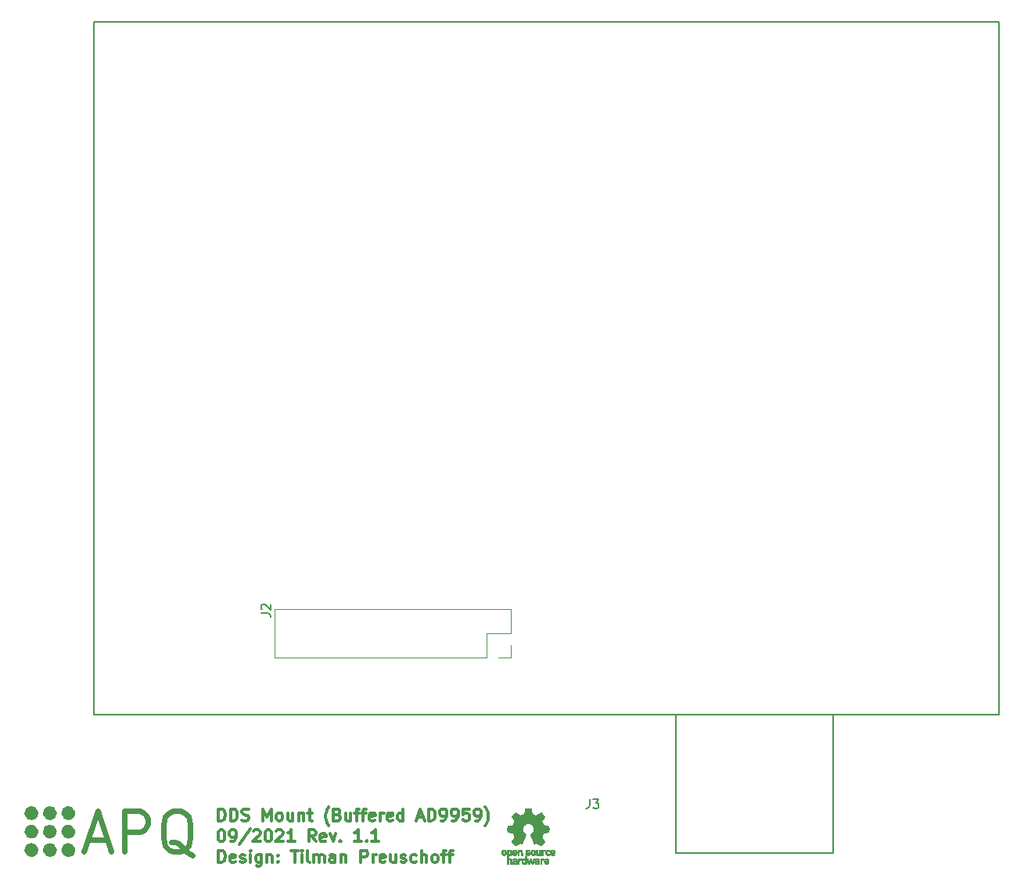
<source format=gbr>
%TF.GenerationSoftware,KiCad,Pcbnew,(5.1.9)-1*%
%TF.CreationDate,2021-09-18T16:00:30+02:00*%
%TF.ProjectId,DDS_mount,4444535f-6d6f-4756-9e74-2e6b69636164,1.1*%
%TF.SameCoordinates,Original*%
%TF.FileFunction,Legend,Top*%
%TF.FilePolarity,Positive*%
%FSLAX46Y46*%
G04 Gerber Fmt 4.6, Leading zero omitted, Abs format (unit mm)*
G04 Created by KiCad (PCBNEW (5.1.9)-1) date 2021-09-18 16:00:30*
%MOMM*%
%LPD*%
G01*
G04 APERTURE LIST*
%ADD10C,0.300000*%
%ADD11C,0.150000*%
%ADD12C,0.120000*%
%ADD13C,0.010000*%
%ADD14C,1.000000*%
%ADD15C,0.600000*%
G04 APERTURE END LIST*
D10*
X77504523Y-140338095D02*
X77504523Y-139038095D01*
X77814047Y-139038095D01*
X77999761Y-139100000D01*
X78123571Y-139223809D01*
X78185476Y-139347619D01*
X78247380Y-139595238D01*
X78247380Y-139780952D01*
X78185476Y-140028571D01*
X78123571Y-140152380D01*
X77999761Y-140276190D01*
X77814047Y-140338095D01*
X77504523Y-140338095D01*
X78804523Y-140338095D02*
X78804523Y-139038095D01*
X79114047Y-139038095D01*
X79299761Y-139100000D01*
X79423571Y-139223809D01*
X79485476Y-139347619D01*
X79547380Y-139595238D01*
X79547380Y-139780952D01*
X79485476Y-140028571D01*
X79423571Y-140152380D01*
X79299761Y-140276190D01*
X79114047Y-140338095D01*
X78804523Y-140338095D01*
X80042619Y-140276190D02*
X80228333Y-140338095D01*
X80537857Y-140338095D01*
X80661666Y-140276190D01*
X80723571Y-140214285D01*
X80785476Y-140090476D01*
X80785476Y-139966666D01*
X80723571Y-139842857D01*
X80661666Y-139780952D01*
X80537857Y-139719047D01*
X80290238Y-139657142D01*
X80166428Y-139595238D01*
X80104523Y-139533333D01*
X80042619Y-139409523D01*
X80042619Y-139285714D01*
X80104523Y-139161904D01*
X80166428Y-139100000D01*
X80290238Y-139038095D01*
X80599761Y-139038095D01*
X80785476Y-139100000D01*
X82333095Y-140338095D02*
X82333095Y-139038095D01*
X82766428Y-139966666D01*
X83199761Y-139038095D01*
X83199761Y-140338095D01*
X84004523Y-140338095D02*
X83880714Y-140276190D01*
X83818809Y-140214285D01*
X83756904Y-140090476D01*
X83756904Y-139719047D01*
X83818809Y-139595238D01*
X83880714Y-139533333D01*
X84004523Y-139471428D01*
X84190238Y-139471428D01*
X84314047Y-139533333D01*
X84375952Y-139595238D01*
X84437857Y-139719047D01*
X84437857Y-140090476D01*
X84375952Y-140214285D01*
X84314047Y-140276190D01*
X84190238Y-140338095D01*
X84004523Y-140338095D01*
X85552142Y-139471428D02*
X85552142Y-140338095D01*
X84995000Y-139471428D02*
X84995000Y-140152380D01*
X85056904Y-140276190D01*
X85180714Y-140338095D01*
X85366428Y-140338095D01*
X85490238Y-140276190D01*
X85552142Y-140214285D01*
X86171190Y-139471428D02*
X86171190Y-140338095D01*
X86171190Y-139595238D02*
X86233095Y-139533333D01*
X86356904Y-139471428D01*
X86542619Y-139471428D01*
X86666428Y-139533333D01*
X86728333Y-139657142D01*
X86728333Y-140338095D01*
X87161666Y-139471428D02*
X87656904Y-139471428D01*
X87347380Y-139038095D02*
X87347380Y-140152380D01*
X87409285Y-140276190D01*
X87533095Y-140338095D01*
X87656904Y-140338095D01*
X89452142Y-140833333D02*
X89390238Y-140771428D01*
X89266428Y-140585714D01*
X89204523Y-140461904D01*
X89142619Y-140276190D01*
X89080714Y-139966666D01*
X89080714Y-139719047D01*
X89142619Y-139409523D01*
X89204523Y-139223809D01*
X89266428Y-139100000D01*
X89390238Y-138914285D01*
X89452142Y-138852380D01*
X90380714Y-139657142D02*
X90566428Y-139719047D01*
X90628333Y-139780952D01*
X90690238Y-139904761D01*
X90690238Y-140090476D01*
X90628333Y-140214285D01*
X90566428Y-140276190D01*
X90442619Y-140338095D01*
X89947380Y-140338095D01*
X89947380Y-139038095D01*
X90380714Y-139038095D01*
X90504523Y-139100000D01*
X90566428Y-139161904D01*
X90628333Y-139285714D01*
X90628333Y-139409523D01*
X90566428Y-139533333D01*
X90504523Y-139595238D01*
X90380714Y-139657142D01*
X89947380Y-139657142D01*
X91804523Y-139471428D02*
X91804523Y-140338095D01*
X91247380Y-139471428D02*
X91247380Y-140152380D01*
X91309285Y-140276190D01*
X91433095Y-140338095D01*
X91618809Y-140338095D01*
X91742619Y-140276190D01*
X91804523Y-140214285D01*
X92237857Y-139471428D02*
X92733095Y-139471428D01*
X92423571Y-140338095D02*
X92423571Y-139223809D01*
X92485476Y-139100000D01*
X92609285Y-139038095D01*
X92733095Y-139038095D01*
X92980714Y-139471428D02*
X93475952Y-139471428D01*
X93166428Y-140338095D02*
X93166428Y-139223809D01*
X93228333Y-139100000D01*
X93352142Y-139038095D01*
X93475952Y-139038095D01*
X94404523Y-140276190D02*
X94280714Y-140338095D01*
X94033095Y-140338095D01*
X93909285Y-140276190D01*
X93847380Y-140152380D01*
X93847380Y-139657142D01*
X93909285Y-139533333D01*
X94033095Y-139471428D01*
X94280714Y-139471428D01*
X94404523Y-139533333D01*
X94466428Y-139657142D01*
X94466428Y-139780952D01*
X93847380Y-139904761D01*
X95023571Y-140338095D02*
X95023571Y-139471428D01*
X95023571Y-139719047D02*
X95085476Y-139595238D01*
X95147380Y-139533333D01*
X95271190Y-139471428D01*
X95395000Y-139471428D01*
X96323571Y-140276190D02*
X96199761Y-140338095D01*
X95952142Y-140338095D01*
X95828333Y-140276190D01*
X95766428Y-140152380D01*
X95766428Y-139657142D01*
X95828333Y-139533333D01*
X95952142Y-139471428D01*
X96199761Y-139471428D01*
X96323571Y-139533333D01*
X96385476Y-139657142D01*
X96385476Y-139780952D01*
X95766428Y-139904761D01*
X97499761Y-140338095D02*
X97499761Y-139038095D01*
X97499761Y-140276190D02*
X97375952Y-140338095D01*
X97128333Y-140338095D01*
X97004523Y-140276190D01*
X96942619Y-140214285D01*
X96880714Y-140090476D01*
X96880714Y-139719047D01*
X96942619Y-139595238D01*
X97004523Y-139533333D01*
X97128333Y-139471428D01*
X97375952Y-139471428D01*
X97499761Y-139533333D01*
X99047380Y-139966666D02*
X99666428Y-139966666D01*
X98923571Y-140338095D02*
X99356904Y-139038095D01*
X99790238Y-140338095D01*
X100223571Y-140338095D02*
X100223571Y-139038095D01*
X100533095Y-139038095D01*
X100718809Y-139100000D01*
X100842619Y-139223809D01*
X100904523Y-139347619D01*
X100966428Y-139595238D01*
X100966428Y-139780952D01*
X100904523Y-140028571D01*
X100842619Y-140152380D01*
X100718809Y-140276190D01*
X100533095Y-140338095D01*
X100223571Y-140338095D01*
X101585476Y-140338095D02*
X101833095Y-140338095D01*
X101956904Y-140276190D01*
X102018809Y-140214285D01*
X102142619Y-140028571D01*
X102204523Y-139780952D01*
X102204523Y-139285714D01*
X102142619Y-139161904D01*
X102080714Y-139100000D01*
X101956904Y-139038095D01*
X101709285Y-139038095D01*
X101585476Y-139100000D01*
X101523571Y-139161904D01*
X101461666Y-139285714D01*
X101461666Y-139595238D01*
X101523571Y-139719047D01*
X101585476Y-139780952D01*
X101709285Y-139842857D01*
X101956904Y-139842857D01*
X102080714Y-139780952D01*
X102142619Y-139719047D01*
X102204523Y-139595238D01*
X102823571Y-140338095D02*
X103071190Y-140338095D01*
X103195000Y-140276190D01*
X103256904Y-140214285D01*
X103380714Y-140028571D01*
X103442619Y-139780952D01*
X103442619Y-139285714D01*
X103380714Y-139161904D01*
X103318809Y-139100000D01*
X103195000Y-139038095D01*
X102947380Y-139038095D01*
X102823571Y-139100000D01*
X102761666Y-139161904D01*
X102699761Y-139285714D01*
X102699761Y-139595238D01*
X102761666Y-139719047D01*
X102823571Y-139780952D01*
X102947380Y-139842857D01*
X103195000Y-139842857D01*
X103318809Y-139780952D01*
X103380714Y-139719047D01*
X103442619Y-139595238D01*
X104618809Y-139038095D02*
X103999761Y-139038095D01*
X103937857Y-139657142D01*
X103999761Y-139595238D01*
X104123571Y-139533333D01*
X104433095Y-139533333D01*
X104556904Y-139595238D01*
X104618809Y-139657142D01*
X104680714Y-139780952D01*
X104680714Y-140090476D01*
X104618809Y-140214285D01*
X104556904Y-140276190D01*
X104433095Y-140338095D01*
X104123571Y-140338095D01*
X103999761Y-140276190D01*
X103937857Y-140214285D01*
X105299761Y-140338095D02*
X105547380Y-140338095D01*
X105671190Y-140276190D01*
X105733095Y-140214285D01*
X105856904Y-140028571D01*
X105918809Y-139780952D01*
X105918809Y-139285714D01*
X105856904Y-139161904D01*
X105795000Y-139100000D01*
X105671190Y-139038095D01*
X105423571Y-139038095D01*
X105299761Y-139100000D01*
X105237857Y-139161904D01*
X105175952Y-139285714D01*
X105175952Y-139595238D01*
X105237857Y-139719047D01*
X105299761Y-139780952D01*
X105423571Y-139842857D01*
X105671190Y-139842857D01*
X105795000Y-139780952D01*
X105856904Y-139719047D01*
X105918809Y-139595238D01*
X106352142Y-140833333D02*
X106414047Y-140771428D01*
X106537857Y-140585714D01*
X106599761Y-140461904D01*
X106661666Y-140276190D01*
X106723571Y-139966666D01*
X106723571Y-139719047D01*
X106661666Y-139409523D01*
X106599761Y-139223809D01*
X106537857Y-139100000D01*
X106414047Y-138914285D01*
X106352142Y-138852380D01*
X77752142Y-141288095D02*
X77875952Y-141288095D01*
X77999761Y-141350000D01*
X78061666Y-141411904D01*
X78123571Y-141535714D01*
X78185476Y-141783333D01*
X78185476Y-142092857D01*
X78123571Y-142340476D01*
X78061666Y-142464285D01*
X77999761Y-142526190D01*
X77875952Y-142588095D01*
X77752142Y-142588095D01*
X77628333Y-142526190D01*
X77566428Y-142464285D01*
X77504523Y-142340476D01*
X77442619Y-142092857D01*
X77442619Y-141783333D01*
X77504523Y-141535714D01*
X77566428Y-141411904D01*
X77628333Y-141350000D01*
X77752142Y-141288095D01*
X78804523Y-142588095D02*
X79052142Y-142588095D01*
X79175952Y-142526190D01*
X79237857Y-142464285D01*
X79361666Y-142278571D01*
X79423571Y-142030952D01*
X79423571Y-141535714D01*
X79361666Y-141411904D01*
X79299761Y-141350000D01*
X79175952Y-141288095D01*
X78928333Y-141288095D01*
X78804523Y-141350000D01*
X78742619Y-141411904D01*
X78680714Y-141535714D01*
X78680714Y-141845238D01*
X78742619Y-141969047D01*
X78804523Y-142030952D01*
X78928333Y-142092857D01*
X79175952Y-142092857D01*
X79299761Y-142030952D01*
X79361666Y-141969047D01*
X79423571Y-141845238D01*
X80909285Y-141226190D02*
X79795000Y-142897619D01*
X81280714Y-141411904D02*
X81342619Y-141350000D01*
X81466428Y-141288095D01*
X81775952Y-141288095D01*
X81899761Y-141350000D01*
X81961666Y-141411904D01*
X82023571Y-141535714D01*
X82023571Y-141659523D01*
X81961666Y-141845238D01*
X81218809Y-142588095D01*
X82023571Y-142588095D01*
X82828333Y-141288095D02*
X82952142Y-141288095D01*
X83075952Y-141350000D01*
X83137857Y-141411904D01*
X83199761Y-141535714D01*
X83261666Y-141783333D01*
X83261666Y-142092857D01*
X83199761Y-142340476D01*
X83137857Y-142464285D01*
X83075952Y-142526190D01*
X82952142Y-142588095D01*
X82828333Y-142588095D01*
X82704523Y-142526190D01*
X82642619Y-142464285D01*
X82580714Y-142340476D01*
X82518809Y-142092857D01*
X82518809Y-141783333D01*
X82580714Y-141535714D01*
X82642619Y-141411904D01*
X82704523Y-141350000D01*
X82828333Y-141288095D01*
X83756904Y-141411904D02*
X83818809Y-141350000D01*
X83942619Y-141288095D01*
X84252142Y-141288095D01*
X84375952Y-141350000D01*
X84437857Y-141411904D01*
X84499761Y-141535714D01*
X84499761Y-141659523D01*
X84437857Y-141845238D01*
X83695000Y-142588095D01*
X84499761Y-142588095D01*
X85737857Y-142588095D02*
X84995000Y-142588095D01*
X85366428Y-142588095D02*
X85366428Y-141288095D01*
X85242619Y-141473809D01*
X85118809Y-141597619D01*
X84995000Y-141659523D01*
X88028333Y-142588095D02*
X87595000Y-141969047D01*
X87285476Y-142588095D02*
X87285476Y-141288095D01*
X87780714Y-141288095D01*
X87904523Y-141350000D01*
X87966428Y-141411904D01*
X88028333Y-141535714D01*
X88028333Y-141721428D01*
X87966428Y-141845238D01*
X87904523Y-141907142D01*
X87780714Y-141969047D01*
X87285476Y-141969047D01*
X89080714Y-142526190D02*
X88956904Y-142588095D01*
X88709285Y-142588095D01*
X88585476Y-142526190D01*
X88523571Y-142402380D01*
X88523571Y-141907142D01*
X88585476Y-141783333D01*
X88709285Y-141721428D01*
X88956904Y-141721428D01*
X89080714Y-141783333D01*
X89142619Y-141907142D01*
X89142619Y-142030952D01*
X88523571Y-142154761D01*
X89575952Y-141721428D02*
X89885476Y-142588095D01*
X90195000Y-141721428D01*
X90690238Y-142464285D02*
X90752142Y-142526190D01*
X90690238Y-142588095D01*
X90628333Y-142526190D01*
X90690238Y-142464285D01*
X90690238Y-142588095D01*
X92980714Y-142588095D02*
X92237857Y-142588095D01*
X92609285Y-142588095D02*
X92609285Y-141288095D01*
X92485476Y-141473809D01*
X92361666Y-141597619D01*
X92237857Y-141659523D01*
X93537857Y-142464285D02*
X93599761Y-142526190D01*
X93537857Y-142588095D01*
X93475952Y-142526190D01*
X93537857Y-142464285D01*
X93537857Y-142588095D01*
X94837857Y-142588095D02*
X94095000Y-142588095D01*
X94466428Y-142588095D02*
X94466428Y-141288095D01*
X94342619Y-141473809D01*
X94218809Y-141597619D01*
X94095000Y-141659523D01*
X77504523Y-144838095D02*
X77504523Y-143538095D01*
X77814047Y-143538095D01*
X77999761Y-143600000D01*
X78123571Y-143723809D01*
X78185476Y-143847619D01*
X78247380Y-144095238D01*
X78247380Y-144280952D01*
X78185476Y-144528571D01*
X78123571Y-144652380D01*
X77999761Y-144776190D01*
X77814047Y-144838095D01*
X77504523Y-144838095D01*
X79299761Y-144776190D02*
X79175952Y-144838095D01*
X78928333Y-144838095D01*
X78804523Y-144776190D01*
X78742619Y-144652380D01*
X78742619Y-144157142D01*
X78804523Y-144033333D01*
X78928333Y-143971428D01*
X79175952Y-143971428D01*
X79299761Y-144033333D01*
X79361666Y-144157142D01*
X79361666Y-144280952D01*
X78742619Y-144404761D01*
X79856904Y-144776190D02*
X79980714Y-144838095D01*
X80228333Y-144838095D01*
X80352142Y-144776190D01*
X80414047Y-144652380D01*
X80414047Y-144590476D01*
X80352142Y-144466666D01*
X80228333Y-144404761D01*
X80042619Y-144404761D01*
X79918809Y-144342857D01*
X79856904Y-144219047D01*
X79856904Y-144157142D01*
X79918809Y-144033333D01*
X80042619Y-143971428D01*
X80228333Y-143971428D01*
X80352142Y-144033333D01*
X80971190Y-144838095D02*
X80971190Y-143971428D01*
X80971190Y-143538095D02*
X80909285Y-143600000D01*
X80971190Y-143661904D01*
X81033095Y-143600000D01*
X80971190Y-143538095D01*
X80971190Y-143661904D01*
X82147380Y-143971428D02*
X82147380Y-145023809D01*
X82085476Y-145147619D01*
X82023571Y-145209523D01*
X81899761Y-145271428D01*
X81714047Y-145271428D01*
X81590238Y-145209523D01*
X82147380Y-144776190D02*
X82023571Y-144838095D01*
X81775952Y-144838095D01*
X81652142Y-144776190D01*
X81590238Y-144714285D01*
X81528333Y-144590476D01*
X81528333Y-144219047D01*
X81590238Y-144095238D01*
X81652142Y-144033333D01*
X81775952Y-143971428D01*
X82023571Y-143971428D01*
X82147380Y-144033333D01*
X82766428Y-143971428D02*
X82766428Y-144838095D01*
X82766428Y-144095238D02*
X82828333Y-144033333D01*
X82952142Y-143971428D01*
X83137857Y-143971428D01*
X83261666Y-144033333D01*
X83323571Y-144157142D01*
X83323571Y-144838095D01*
X83942619Y-144714285D02*
X84004523Y-144776190D01*
X83942619Y-144838095D01*
X83880714Y-144776190D01*
X83942619Y-144714285D01*
X83942619Y-144838095D01*
X83942619Y-144033333D02*
X84004523Y-144095238D01*
X83942619Y-144157142D01*
X83880714Y-144095238D01*
X83942619Y-144033333D01*
X83942619Y-144157142D01*
X85366428Y-143538095D02*
X86109285Y-143538095D01*
X85737857Y-144838095D02*
X85737857Y-143538095D01*
X86542619Y-144838095D02*
X86542619Y-143971428D01*
X86542619Y-143538095D02*
X86480714Y-143600000D01*
X86542619Y-143661904D01*
X86604523Y-143600000D01*
X86542619Y-143538095D01*
X86542619Y-143661904D01*
X87347380Y-144838095D02*
X87223571Y-144776190D01*
X87161666Y-144652380D01*
X87161666Y-143538095D01*
X87842619Y-144838095D02*
X87842619Y-143971428D01*
X87842619Y-144095238D02*
X87904523Y-144033333D01*
X88028333Y-143971428D01*
X88214047Y-143971428D01*
X88337857Y-144033333D01*
X88399761Y-144157142D01*
X88399761Y-144838095D01*
X88399761Y-144157142D02*
X88461666Y-144033333D01*
X88585476Y-143971428D01*
X88771190Y-143971428D01*
X88895000Y-144033333D01*
X88956904Y-144157142D01*
X88956904Y-144838095D01*
X90133095Y-144838095D02*
X90133095Y-144157142D01*
X90071190Y-144033333D01*
X89947380Y-143971428D01*
X89699761Y-143971428D01*
X89575952Y-144033333D01*
X90133095Y-144776190D02*
X90009285Y-144838095D01*
X89699761Y-144838095D01*
X89575952Y-144776190D01*
X89514047Y-144652380D01*
X89514047Y-144528571D01*
X89575952Y-144404761D01*
X89699761Y-144342857D01*
X90009285Y-144342857D01*
X90133095Y-144280952D01*
X90752142Y-143971428D02*
X90752142Y-144838095D01*
X90752142Y-144095238D02*
X90814047Y-144033333D01*
X90937857Y-143971428D01*
X91123571Y-143971428D01*
X91247380Y-144033333D01*
X91309285Y-144157142D01*
X91309285Y-144838095D01*
X92918809Y-144838095D02*
X92918809Y-143538095D01*
X93414047Y-143538095D01*
X93537857Y-143600000D01*
X93599761Y-143661904D01*
X93661666Y-143785714D01*
X93661666Y-143971428D01*
X93599761Y-144095238D01*
X93537857Y-144157142D01*
X93414047Y-144219047D01*
X92918809Y-144219047D01*
X94218809Y-144838095D02*
X94218809Y-143971428D01*
X94218809Y-144219047D02*
X94280714Y-144095238D01*
X94342619Y-144033333D01*
X94466428Y-143971428D01*
X94590238Y-143971428D01*
X95518809Y-144776190D02*
X95395000Y-144838095D01*
X95147380Y-144838095D01*
X95023571Y-144776190D01*
X94961666Y-144652380D01*
X94961666Y-144157142D01*
X95023571Y-144033333D01*
X95147380Y-143971428D01*
X95395000Y-143971428D01*
X95518809Y-144033333D01*
X95580714Y-144157142D01*
X95580714Y-144280952D01*
X94961666Y-144404761D01*
X96695000Y-143971428D02*
X96695000Y-144838095D01*
X96137857Y-143971428D02*
X96137857Y-144652380D01*
X96199761Y-144776190D01*
X96323571Y-144838095D01*
X96509285Y-144838095D01*
X96633095Y-144776190D01*
X96695000Y-144714285D01*
X97252142Y-144776190D02*
X97375952Y-144838095D01*
X97623571Y-144838095D01*
X97747380Y-144776190D01*
X97809285Y-144652380D01*
X97809285Y-144590476D01*
X97747380Y-144466666D01*
X97623571Y-144404761D01*
X97437857Y-144404761D01*
X97314047Y-144342857D01*
X97252142Y-144219047D01*
X97252142Y-144157142D01*
X97314047Y-144033333D01*
X97437857Y-143971428D01*
X97623571Y-143971428D01*
X97747380Y-144033333D01*
X98923571Y-144776190D02*
X98799761Y-144838095D01*
X98552142Y-144838095D01*
X98428333Y-144776190D01*
X98366428Y-144714285D01*
X98304523Y-144590476D01*
X98304523Y-144219047D01*
X98366428Y-144095238D01*
X98428333Y-144033333D01*
X98552142Y-143971428D01*
X98799761Y-143971428D01*
X98923571Y-144033333D01*
X99480714Y-144838095D02*
X99480714Y-143538095D01*
X100037857Y-144838095D02*
X100037857Y-144157142D01*
X99975952Y-144033333D01*
X99852142Y-143971428D01*
X99666428Y-143971428D01*
X99542619Y-144033333D01*
X99480714Y-144095238D01*
X100842619Y-144838095D02*
X100718809Y-144776190D01*
X100656904Y-144714285D01*
X100595000Y-144590476D01*
X100595000Y-144219047D01*
X100656904Y-144095238D01*
X100718809Y-144033333D01*
X100842619Y-143971428D01*
X101028333Y-143971428D01*
X101152142Y-144033333D01*
X101214047Y-144095238D01*
X101275952Y-144219047D01*
X101275952Y-144590476D01*
X101214047Y-144714285D01*
X101152142Y-144776190D01*
X101028333Y-144838095D01*
X100842619Y-144838095D01*
X101647380Y-143971428D02*
X102142619Y-143971428D01*
X101833095Y-144838095D02*
X101833095Y-143723809D01*
X101895000Y-143600000D01*
X102018809Y-143538095D01*
X102142619Y-143538095D01*
X102390238Y-143971428D02*
X102885476Y-143971428D01*
X102575952Y-144838095D02*
X102575952Y-143723809D01*
X102637857Y-143600000D01*
X102761666Y-143538095D01*
X102885476Y-143538095D01*
D11*
%TO.C,J2*%
X144000000Y-143800000D02*
X144000000Y-128800000D01*
X127000000Y-143800000D02*
X144000000Y-143800000D01*
X127000000Y-128800000D02*
X127000000Y-143800000D01*
D12*
X83610000Y-122630000D02*
X83610000Y-117430000D01*
X106530000Y-122630000D02*
X83610000Y-122630000D01*
X109130000Y-117430000D02*
X83610000Y-117430000D01*
X106530000Y-122630000D02*
X106530000Y-120030000D01*
X106530000Y-120030000D02*
X109130000Y-120030000D01*
X109130000Y-120030000D02*
X109130000Y-117430000D01*
X107800000Y-122630000D02*
X109130000Y-122630000D01*
X109130000Y-122630000D02*
X109130000Y-121300000D01*
D11*
X162000000Y-128800000D02*
X64000000Y-128800000D01*
X64000000Y-128800000D02*
X64000000Y-53800000D01*
X64000000Y-53800000D02*
X162000000Y-53800000D01*
X162000000Y-53800000D02*
X162000000Y-128800000D01*
D13*
%TO.C,REF\u002A\u002A*%
G36*
X111376964Y-139290018D02*
G01*
X111433812Y-139591570D01*
X111853338Y-139764512D01*
X112104984Y-139593395D01*
X112175458Y-139545750D01*
X112239163Y-139503210D01*
X112293126Y-139467715D01*
X112334373Y-139441210D01*
X112359934Y-139425636D01*
X112366895Y-139422278D01*
X112379435Y-139430914D01*
X112406231Y-139454792D01*
X112444280Y-139490859D01*
X112490579Y-139536067D01*
X112542123Y-139587364D01*
X112595909Y-139641701D01*
X112648935Y-139696028D01*
X112698195Y-139747295D01*
X112740687Y-139792451D01*
X112773407Y-139828446D01*
X112793351Y-139852230D01*
X112798119Y-139860190D01*
X112791257Y-139874865D01*
X112772020Y-139907014D01*
X112742430Y-139953492D01*
X112704510Y-140011156D01*
X112660282Y-140076860D01*
X112634654Y-140114336D01*
X112587941Y-140182768D01*
X112546432Y-140244520D01*
X112512140Y-140296519D01*
X112487080Y-140335692D01*
X112473264Y-140358965D01*
X112471188Y-140363855D01*
X112475895Y-140377755D01*
X112488723Y-140410150D01*
X112507738Y-140456485D01*
X112531003Y-140512206D01*
X112556584Y-140572758D01*
X112582545Y-140633586D01*
X112606950Y-140690136D01*
X112627863Y-140737852D01*
X112643349Y-140772181D01*
X112651472Y-140788568D01*
X112651952Y-140789212D01*
X112664707Y-140792341D01*
X112698677Y-140799321D01*
X112750340Y-140809467D01*
X112816176Y-140822092D01*
X112892664Y-140836509D01*
X112937290Y-140844823D01*
X113019021Y-140860384D01*
X113092843Y-140875192D01*
X113155021Y-140888436D01*
X113201822Y-140899305D01*
X113229509Y-140906989D01*
X113235074Y-140909427D01*
X113240526Y-140925930D01*
X113244924Y-140963200D01*
X113248272Y-141016880D01*
X113250574Y-141082612D01*
X113251832Y-141156037D01*
X113252048Y-141232796D01*
X113251227Y-141308532D01*
X113249371Y-141378886D01*
X113246482Y-141439500D01*
X113242565Y-141486016D01*
X113237622Y-141514075D01*
X113234657Y-141519916D01*
X113216934Y-141526917D01*
X113179381Y-141536927D01*
X113126964Y-141548769D01*
X113064652Y-141561267D01*
X113042900Y-141565310D01*
X112938024Y-141584520D01*
X112855180Y-141599991D01*
X112791630Y-141612337D01*
X112744637Y-141622173D01*
X112711463Y-141630114D01*
X112689371Y-141636776D01*
X112675624Y-141642773D01*
X112667484Y-141648719D01*
X112666345Y-141649894D01*
X112654977Y-141668826D01*
X112637635Y-141705669D01*
X112616050Y-141755913D01*
X112591954Y-141815046D01*
X112567079Y-141878556D01*
X112543157Y-141941932D01*
X112521919Y-142000662D01*
X112505097Y-142050235D01*
X112494422Y-142086139D01*
X112491627Y-142103862D01*
X112491860Y-142104483D01*
X112501331Y-142118970D01*
X112522818Y-142150844D01*
X112554063Y-142196789D01*
X112592807Y-142253485D01*
X112636793Y-142317617D01*
X112649319Y-142335842D01*
X112693984Y-142401914D01*
X112733288Y-142462200D01*
X112765088Y-142513235D01*
X112787245Y-142551560D01*
X112797617Y-142573711D01*
X112798119Y-142576432D01*
X112789405Y-142590736D01*
X112765325Y-142619072D01*
X112728976Y-142658396D01*
X112683453Y-142705661D01*
X112631852Y-142757823D01*
X112577267Y-142811835D01*
X112522794Y-142864653D01*
X112471529Y-142913231D01*
X112426567Y-142954523D01*
X112391004Y-142985485D01*
X112367935Y-143003070D01*
X112361554Y-143005941D01*
X112346699Y-142999178D01*
X112316286Y-142980939D01*
X112275268Y-142954297D01*
X112243709Y-142932852D01*
X112186525Y-142893503D01*
X112118806Y-142847171D01*
X112050880Y-142800913D01*
X112014361Y-142776155D01*
X111890752Y-142692547D01*
X111786991Y-142748650D01*
X111739720Y-142773228D01*
X111699523Y-142792331D01*
X111672326Y-142803227D01*
X111665402Y-142804743D01*
X111657077Y-142793549D01*
X111640654Y-142761917D01*
X111617357Y-142712765D01*
X111588414Y-142649010D01*
X111555050Y-142573571D01*
X111518491Y-142489364D01*
X111479964Y-142399308D01*
X111440694Y-142306321D01*
X111401908Y-142213320D01*
X111364830Y-142123223D01*
X111330689Y-142038948D01*
X111300708Y-141963413D01*
X111276116Y-141899534D01*
X111258136Y-141850231D01*
X111247997Y-141818421D01*
X111246366Y-141807496D01*
X111259291Y-141793561D01*
X111287589Y-141770940D01*
X111325346Y-141744333D01*
X111328515Y-141742228D01*
X111426100Y-141664114D01*
X111504786Y-141572982D01*
X111563891Y-141471745D01*
X111602732Y-141363318D01*
X111620628Y-141250614D01*
X111616897Y-141136548D01*
X111590857Y-141024034D01*
X111541825Y-140915985D01*
X111527400Y-140892345D01*
X111452369Y-140796887D01*
X111363730Y-140720232D01*
X111264549Y-140662780D01*
X111157895Y-140624929D01*
X111046836Y-140607078D01*
X110934439Y-140609625D01*
X110823773Y-140632970D01*
X110717906Y-140677510D01*
X110619905Y-140743645D01*
X110589590Y-140770487D01*
X110512438Y-140854512D01*
X110456218Y-140942966D01*
X110417653Y-141042115D01*
X110396174Y-141140303D01*
X110390872Y-141250697D01*
X110408552Y-141361640D01*
X110447419Y-141469381D01*
X110505677Y-141570169D01*
X110581531Y-141660256D01*
X110673183Y-141735892D01*
X110685228Y-141743864D01*
X110723389Y-141769974D01*
X110752399Y-141792595D01*
X110766268Y-141807039D01*
X110766469Y-141807496D01*
X110763492Y-141823121D01*
X110751689Y-141858582D01*
X110732286Y-141910962D01*
X110706512Y-141977345D01*
X110675591Y-142054814D01*
X110640751Y-142140450D01*
X110603217Y-142231337D01*
X110564217Y-142324559D01*
X110524977Y-142417197D01*
X110486724Y-142506335D01*
X110450683Y-142589055D01*
X110418083Y-142662441D01*
X110390148Y-142723575D01*
X110368105Y-142769541D01*
X110353182Y-142797421D01*
X110347172Y-142804743D01*
X110328809Y-142799041D01*
X110294448Y-142783749D01*
X110250016Y-142761599D01*
X110225583Y-142748650D01*
X110121822Y-142692547D01*
X109998213Y-142776155D01*
X109935114Y-142818987D01*
X109866030Y-142866122D01*
X109801293Y-142910503D01*
X109768866Y-142932852D01*
X109723259Y-142963477D01*
X109684640Y-142987747D01*
X109658048Y-143002587D01*
X109649410Y-143005724D01*
X109636839Y-142997261D01*
X109609016Y-142973636D01*
X109568639Y-142937302D01*
X109518405Y-142890711D01*
X109461012Y-142836317D01*
X109424714Y-142801392D01*
X109361210Y-142738996D01*
X109306327Y-142683188D01*
X109262286Y-142636354D01*
X109231305Y-142600882D01*
X109215602Y-142579161D01*
X109214095Y-142574752D01*
X109221086Y-142557985D01*
X109240406Y-142524082D01*
X109269909Y-142476476D01*
X109307455Y-142418599D01*
X109350900Y-142353884D01*
X109363255Y-142335842D01*
X109408273Y-142270267D01*
X109448660Y-142211228D01*
X109482160Y-142162042D01*
X109506514Y-142126028D01*
X109519464Y-142106502D01*
X109520715Y-142104483D01*
X109518844Y-142088922D01*
X109508913Y-142054709D01*
X109492653Y-142006355D01*
X109471795Y-141948371D01*
X109448073Y-141885270D01*
X109423216Y-141821563D01*
X109398958Y-141761761D01*
X109377029Y-141710376D01*
X109359162Y-141671919D01*
X109347087Y-141650902D01*
X109346229Y-141649894D01*
X109338846Y-141643888D01*
X109326375Y-141637948D01*
X109306080Y-141631460D01*
X109275222Y-141623809D01*
X109231066Y-141614380D01*
X109170874Y-141602559D01*
X109091907Y-141587729D01*
X108991430Y-141569277D01*
X108969675Y-141565310D01*
X108905198Y-141552853D01*
X108848989Y-141540666D01*
X108806013Y-141529926D01*
X108781240Y-141521809D01*
X108777918Y-141519916D01*
X108772444Y-141503138D01*
X108767994Y-141465645D01*
X108764572Y-141411794D01*
X108762181Y-141345944D01*
X108760823Y-141272453D01*
X108760501Y-141195680D01*
X108761219Y-141119983D01*
X108762979Y-141049720D01*
X108765784Y-140989250D01*
X108769638Y-140942930D01*
X108774543Y-140915119D01*
X108777500Y-140909427D01*
X108793963Y-140903686D01*
X108831449Y-140894345D01*
X108886225Y-140882215D01*
X108954555Y-140868107D01*
X109032706Y-140852830D01*
X109075284Y-140844823D01*
X109156071Y-140829721D01*
X109228113Y-140816040D01*
X109287889Y-140804467D01*
X109331879Y-140795687D01*
X109356561Y-140790387D01*
X109360623Y-140789212D01*
X109367489Y-140775965D01*
X109382002Y-140744057D01*
X109402229Y-140698047D01*
X109426234Y-140642492D01*
X109452082Y-140581953D01*
X109477840Y-140520986D01*
X109501573Y-140464151D01*
X109521346Y-140416006D01*
X109535224Y-140381110D01*
X109541274Y-140364021D01*
X109541386Y-140363274D01*
X109534528Y-140349793D01*
X109515302Y-140318770D01*
X109485728Y-140273289D01*
X109447827Y-140216432D01*
X109403620Y-140151283D01*
X109377921Y-140113862D01*
X109331093Y-140045247D01*
X109289501Y-139982952D01*
X109255175Y-139930129D01*
X109230143Y-139889927D01*
X109216435Y-139865500D01*
X109214456Y-139860024D01*
X109222966Y-139847278D01*
X109246493Y-139820063D01*
X109282032Y-139781428D01*
X109326577Y-139734423D01*
X109377123Y-139682095D01*
X109430664Y-139627495D01*
X109484195Y-139573670D01*
X109534711Y-139523670D01*
X109579206Y-139480543D01*
X109614675Y-139447339D01*
X109638113Y-139427106D01*
X109645954Y-139422278D01*
X109658720Y-139429067D01*
X109689256Y-139448142D01*
X109734590Y-139477561D01*
X109791756Y-139515381D01*
X109857784Y-139559661D01*
X109907590Y-139593395D01*
X110159236Y-139764512D01*
X110368999Y-139678041D01*
X110578763Y-139591570D01*
X110635611Y-139290018D01*
X110692460Y-138988466D01*
X111320115Y-138988466D01*
X111376964Y-139290018D01*
G37*
X111376964Y-139290018D02*
X111433812Y-139591570D01*
X111853338Y-139764512D01*
X112104984Y-139593395D01*
X112175458Y-139545750D01*
X112239163Y-139503210D01*
X112293126Y-139467715D01*
X112334373Y-139441210D01*
X112359934Y-139425636D01*
X112366895Y-139422278D01*
X112379435Y-139430914D01*
X112406231Y-139454792D01*
X112444280Y-139490859D01*
X112490579Y-139536067D01*
X112542123Y-139587364D01*
X112595909Y-139641701D01*
X112648935Y-139696028D01*
X112698195Y-139747295D01*
X112740687Y-139792451D01*
X112773407Y-139828446D01*
X112793351Y-139852230D01*
X112798119Y-139860190D01*
X112791257Y-139874865D01*
X112772020Y-139907014D01*
X112742430Y-139953492D01*
X112704510Y-140011156D01*
X112660282Y-140076860D01*
X112634654Y-140114336D01*
X112587941Y-140182768D01*
X112546432Y-140244520D01*
X112512140Y-140296519D01*
X112487080Y-140335692D01*
X112473264Y-140358965D01*
X112471188Y-140363855D01*
X112475895Y-140377755D01*
X112488723Y-140410150D01*
X112507738Y-140456485D01*
X112531003Y-140512206D01*
X112556584Y-140572758D01*
X112582545Y-140633586D01*
X112606950Y-140690136D01*
X112627863Y-140737852D01*
X112643349Y-140772181D01*
X112651472Y-140788568D01*
X112651952Y-140789212D01*
X112664707Y-140792341D01*
X112698677Y-140799321D01*
X112750340Y-140809467D01*
X112816176Y-140822092D01*
X112892664Y-140836509D01*
X112937290Y-140844823D01*
X113019021Y-140860384D01*
X113092843Y-140875192D01*
X113155021Y-140888436D01*
X113201822Y-140899305D01*
X113229509Y-140906989D01*
X113235074Y-140909427D01*
X113240526Y-140925930D01*
X113244924Y-140963200D01*
X113248272Y-141016880D01*
X113250574Y-141082612D01*
X113251832Y-141156037D01*
X113252048Y-141232796D01*
X113251227Y-141308532D01*
X113249371Y-141378886D01*
X113246482Y-141439500D01*
X113242565Y-141486016D01*
X113237622Y-141514075D01*
X113234657Y-141519916D01*
X113216934Y-141526917D01*
X113179381Y-141536927D01*
X113126964Y-141548769D01*
X113064652Y-141561267D01*
X113042900Y-141565310D01*
X112938024Y-141584520D01*
X112855180Y-141599991D01*
X112791630Y-141612337D01*
X112744637Y-141622173D01*
X112711463Y-141630114D01*
X112689371Y-141636776D01*
X112675624Y-141642773D01*
X112667484Y-141648719D01*
X112666345Y-141649894D01*
X112654977Y-141668826D01*
X112637635Y-141705669D01*
X112616050Y-141755913D01*
X112591954Y-141815046D01*
X112567079Y-141878556D01*
X112543157Y-141941932D01*
X112521919Y-142000662D01*
X112505097Y-142050235D01*
X112494422Y-142086139D01*
X112491627Y-142103862D01*
X112491860Y-142104483D01*
X112501331Y-142118970D01*
X112522818Y-142150844D01*
X112554063Y-142196789D01*
X112592807Y-142253485D01*
X112636793Y-142317617D01*
X112649319Y-142335842D01*
X112693984Y-142401914D01*
X112733288Y-142462200D01*
X112765088Y-142513235D01*
X112787245Y-142551560D01*
X112797617Y-142573711D01*
X112798119Y-142576432D01*
X112789405Y-142590736D01*
X112765325Y-142619072D01*
X112728976Y-142658396D01*
X112683453Y-142705661D01*
X112631852Y-142757823D01*
X112577267Y-142811835D01*
X112522794Y-142864653D01*
X112471529Y-142913231D01*
X112426567Y-142954523D01*
X112391004Y-142985485D01*
X112367935Y-143003070D01*
X112361554Y-143005941D01*
X112346699Y-142999178D01*
X112316286Y-142980939D01*
X112275268Y-142954297D01*
X112243709Y-142932852D01*
X112186525Y-142893503D01*
X112118806Y-142847171D01*
X112050880Y-142800913D01*
X112014361Y-142776155D01*
X111890752Y-142692547D01*
X111786991Y-142748650D01*
X111739720Y-142773228D01*
X111699523Y-142792331D01*
X111672326Y-142803227D01*
X111665402Y-142804743D01*
X111657077Y-142793549D01*
X111640654Y-142761917D01*
X111617357Y-142712765D01*
X111588414Y-142649010D01*
X111555050Y-142573571D01*
X111518491Y-142489364D01*
X111479964Y-142399308D01*
X111440694Y-142306321D01*
X111401908Y-142213320D01*
X111364830Y-142123223D01*
X111330689Y-142038948D01*
X111300708Y-141963413D01*
X111276116Y-141899534D01*
X111258136Y-141850231D01*
X111247997Y-141818421D01*
X111246366Y-141807496D01*
X111259291Y-141793561D01*
X111287589Y-141770940D01*
X111325346Y-141744333D01*
X111328515Y-141742228D01*
X111426100Y-141664114D01*
X111504786Y-141572982D01*
X111563891Y-141471745D01*
X111602732Y-141363318D01*
X111620628Y-141250614D01*
X111616897Y-141136548D01*
X111590857Y-141024034D01*
X111541825Y-140915985D01*
X111527400Y-140892345D01*
X111452369Y-140796887D01*
X111363730Y-140720232D01*
X111264549Y-140662780D01*
X111157895Y-140624929D01*
X111046836Y-140607078D01*
X110934439Y-140609625D01*
X110823773Y-140632970D01*
X110717906Y-140677510D01*
X110619905Y-140743645D01*
X110589590Y-140770487D01*
X110512438Y-140854512D01*
X110456218Y-140942966D01*
X110417653Y-141042115D01*
X110396174Y-141140303D01*
X110390872Y-141250697D01*
X110408552Y-141361640D01*
X110447419Y-141469381D01*
X110505677Y-141570169D01*
X110581531Y-141660256D01*
X110673183Y-141735892D01*
X110685228Y-141743864D01*
X110723389Y-141769974D01*
X110752399Y-141792595D01*
X110766268Y-141807039D01*
X110766469Y-141807496D01*
X110763492Y-141823121D01*
X110751689Y-141858582D01*
X110732286Y-141910962D01*
X110706512Y-141977345D01*
X110675591Y-142054814D01*
X110640751Y-142140450D01*
X110603217Y-142231337D01*
X110564217Y-142324559D01*
X110524977Y-142417197D01*
X110486724Y-142506335D01*
X110450683Y-142589055D01*
X110418083Y-142662441D01*
X110390148Y-142723575D01*
X110368105Y-142769541D01*
X110353182Y-142797421D01*
X110347172Y-142804743D01*
X110328809Y-142799041D01*
X110294448Y-142783749D01*
X110250016Y-142761599D01*
X110225583Y-142748650D01*
X110121822Y-142692547D01*
X109998213Y-142776155D01*
X109935114Y-142818987D01*
X109866030Y-142866122D01*
X109801293Y-142910503D01*
X109768866Y-142932852D01*
X109723259Y-142963477D01*
X109684640Y-142987747D01*
X109658048Y-143002587D01*
X109649410Y-143005724D01*
X109636839Y-142997261D01*
X109609016Y-142973636D01*
X109568639Y-142937302D01*
X109518405Y-142890711D01*
X109461012Y-142836317D01*
X109424714Y-142801392D01*
X109361210Y-142738996D01*
X109306327Y-142683188D01*
X109262286Y-142636354D01*
X109231305Y-142600882D01*
X109215602Y-142579161D01*
X109214095Y-142574752D01*
X109221086Y-142557985D01*
X109240406Y-142524082D01*
X109269909Y-142476476D01*
X109307455Y-142418599D01*
X109350900Y-142353884D01*
X109363255Y-142335842D01*
X109408273Y-142270267D01*
X109448660Y-142211228D01*
X109482160Y-142162042D01*
X109506514Y-142126028D01*
X109519464Y-142106502D01*
X109520715Y-142104483D01*
X109518844Y-142088922D01*
X109508913Y-142054709D01*
X109492653Y-142006355D01*
X109471795Y-141948371D01*
X109448073Y-141885270D01*
X109423216Y-141821563D01*
X109398958Y-141761761D01*
X109377029Y-141710376D01*
X109359162Y-141671919D01*
X109347087Y-141650902D01*
X109346229Y-141649894D01*
X109338846Y-141643888D01*
X109326375Y-141637948D01*
X109306080Y-141631460D01*
X109275222Y-141623809D01*
X109231066Y-141614380D01*
X109170874Y-141602559D01*
X109091907Y-141587729D01*
X108991430Y-141569277D01*
X108969675Y-141565310D01*
X108905198Y-141552853D01*
X108848989Y-141540666D01*
X108806013Y-141529926D01*
X108781240Y-141521809D01*
X108777918Y-141519916D01*
X108772444Y-141503138D01*
X108767994Y-141465645D01*
X108764572Y-141411794D01*
X108762181Y-141345944D01*
X108760823Y-141272453D01*
X108760501Y-141195680D01*
X108761219Y-141119983D01*
X108762979Y-141049720D01*
X108765784Y-140989250D01*
X108769638Y-140942930D01*
X108774543Y-140915119D01*
X108777500Y-140909427D01*
X108793963Y-140903686D01*
X108831449Y-140894345D01*
X108886225Y-140882215D01*
X108954555Y-140868107D01*
X109032706Y-140852830D01*
X109075284Y-140844823D01*
X109156071Y-140829721D01*
X109228113Y-140816040D01*
X109287889Y-140804467D01*
X109331879Y-140795687D01*
X109356561Y-140790387D01*
X109360623Y-140789212D01*
X109367489Y-140775965D01*
X109382002Y-140744057D01*
X109402229Y-140698047D01*
X109426234Y-140642492D01*
X109452082Y-140581953D01*
X109477840Y-140520986D01*
X109501573Y-140464151D01*
X109521346Y-140416006D01*
X109535224Y-140381110D01*
X109541274Y-140364021D01*
X109541386Y-140363274D01*
X109534528Y-140349793D01*
X109515302Y-140318770D01*
X109485728Y-140273289D01*
X109447827Y-140216432D01*
X109403620Y-140151283D01*
X109377921Y-140113862D01*
X109331093Y-140045247D01*
X109289501Y-139982952D01*
X109255175Y-139930129D01*
X109230143Y-139889927D01*
X109216435Y-139865500D01*
X109214456Y-139860024D01*
X109222966Y-139847278D01*
X109246493Y-139820063D01*
X109282032Y-139781428D01*
X109326577Y-139734423D01*
X109377123Y-139682095D01*
X109430664Y-139627495D01*
X109484195Y-139573670D01*
X109534711Y-139523670D01*
X109579206Y-139480543D01*
X109614675Y-139447339D01*
X109638113Y-139427106D01*
X109645954Y-139422278D01*
X109658720Y-139429067D01*
X109689256Y-139448142D01*
X109734590Y-139477561D01*
X109791756Y-139515381D01*
X109857784Y-139559661D01*
X109907590Y-139593395D01*
X110159236Y-139764512D01*
X110368999Y-139678041D01*
X110578763Y-139591570D01*
X110635611Y-139290018D01*
X110692460Y-138988466D01*
X111320115Y-138988466D01*
X111376964Y-139290018D01*
G36*
X112799460Y-143458030D02*
G01*
X112842711Y-143471245D01*
X112870558Y-143487941D01*
X112879629Y-143501145D01*
X112877132Y-143516797D01*
X112860931Y-143541385D01*
X112847232Y-143558800D01*
X112818992Y-143590283D01*
X112797775Y-143603529D01*
X112779688Y-143602664D01*
X112726035Y-143589010D01*
X112686630Y-143589630D01*
X112654632Y-143605104D01*
X112643890Y-143614161D01*
X112609505Y-143646027D01*
X112609505Y-144062179D01*
X112471188Y-144062179D01*
X112471188Y-143458614D01*
X112540347Y-143458614D01*
X112581869Y-143460256D01*
X112603291Y-143466087D01*
X112609502Y-143477461D01*
X112609505Y-143477798D01*
X112612439Y-143489713D01*
X112625704Y-143488159D01*
X112644084Y-143479563D01*
X112682046Y-143463568D01*
X112712872Y-143453945D01*
X112752536Y-143451478D01*
X112799460Y-143458030D01*
G37*
X112799460Y-143458030D02*
X112842711Y-143471245D01*
X112870558Y-143487941D01*
X112879629Y-143501145D01*
X112877132Y-143516797D01*
X112860931Y-143541385D01*
X112847232Y-143558800D01*
X112818992Y-143590283D01*
X112797775Y-143603529D01*
X112779688Y-143602664D01*
X112726035Y-143589010D01*
X112686630Y-143589630D01*
X112654632Y-143605104D01*
X112643890Y-143614161D01*
X112609505Y-143646027D01*
X112609505Y-144062179D01*
X112471188Y-144062179D01*
X112471188Y-143458614D01*
X112540347Y-143458614D01*
X112581869Y-143460256D01*
X112603291Y-143466087D01*
X112609502Y-143477461D01*
X112609505Y-143477798D01*
X112612439Y-143489713D01*
X112625704Y-143488159D01*
X112644084Y-143479563D01*
X112682046Y-143463568D01*
X112712872Y-143453945D01*
X112752536Y-143451478D01*
X112799460Y-143458030D01*
G36*
X110245988Y-143469002D02*
G01*
X110277283Y-143483950D01*
X110307591Y-143505541D01*
X110330682Y-143530391D01*
X110347500Y-143562087D01*
X110358994Y-143604214D01*
X110366109Y-143660358D01*
X110369793Y-143734106D01*
X110370992Y-143829044D01*
X110371011Y-143838985D01*
X110371287Y-144062179D01*
X110232970Y-144062179D01*
X110232970Y-143856418D01*
X110232872Y-143780189D01*
X110232191Y-143724939D01*
X110230349Y-143686501D01*
X110226767Y-143660706D01*
X110220868Y-143643384D01*
X110212073Y-143630368D01*
X110199820Y-143617507D01*
X110156953Y-143589873D01*
X110110157Y-143584745D01*
X110065576Y-143602217D01*
X110050072Y-143615221D01*
X110038690Y-143627447D01*
X110030519Y-143640540D01*
X110025026Y-143658615D01*
X110021680Y-143685787D01*
X110019949Y-143726170D01*
X110019303Y-143783879D01*
X110019208Y-143854132D01*
X110019208Y-144062179D01*
X109880891Y-144062179D01*
X109880891Y-143458614D01*
X109950050Y-143458614D01*
X109991572Y-143460256D01*
X110012994Y-143466087D01*
X110019205Y-143477461D01*
X110019208Y-143477798D01*
X110022090Y-143488938D01*
X110034801Y-143487674D01*
X110060074Y-143475434D01*
X110117395Y-143457424D01*
X110182963Y-143455421D01*
X110245988Y-143469002D01*
G37*
X110245988Y-143469002D02*
X110277283Y-143483950D01*
X110307591Y-143505541D01*
X110330682Y-143530391D01*
X110347500Y-143562087D01*
X110358994Y-143604214D01*
X110366109Y-143660358D01*
X110369793Y-143734106D01*
X110370992Y-143829044D01*
X110371011Y-143838985D01*
X110371287Y-144062179D01*
X110232970Y-144062179D01*
X110232970Y-143856418D01*
X110232872Y-143780189D01*
X110232191Y-143724939D01*
X110230349Y-143686501D01*
X110226767Y-143660706D01*
X110220868Y-143643384D01*
X110212073Y-143630368D01*
X110199820Y-143617507D01*
X110156953Y-143589873D01*
X110110157Y-143584745D01*
X110065576Y-143602217D01*
X110050072Y-143615221D01*
X110038690Y-143627447D01*
X110030519Y-143640540D01*
X110025026Y-143658615D01*
X110021680Y-143685787D01*
X110019949Y-143726170D01*
X110019303Y-143783879D01*
X110019208Y-143854132D01*
X110019208Y-144062179D01*
X109880891Y-144062179D01*
X109880891Y-143458614D01*
X109950050Y-143458614D01*
X109991572Y-143460256D01*
X110012994Y-143466087D01*
X110019205Y-143477461D01*
X110019208Y-143477798D01*
X110022090Y-143488938D01*
X110034801Y-143487674D01*
X110060074Y-143475434D01*
X110117395Y-143457424D01*
X110182963Y-143455421D01*
X110245988Y-143469002D01*
G36*
X113677898Y-143456457D02*
G01*
X113710096Y-143464279D01*
X113771825Y-143492921D01*
X113824610Y-143536667D01*
X113861141Y-143589117D01*
X113866160Y-143600893D01*
X113873045Y-143631740D01*
X113877864Y-143677371D01*
X113879505Y-143723492D01*
X113879505Y-143810693D01*
X113697178Y-143810693D01*
X113621979Y-143810978D01*
X113569003Y-143812704D01*
X113535325Y-143817181D01*
X113518020Y-143825720D01*
X113514163Y-143839630D01*
X113520829Y-143860222D01*
X113532770Y-143884315D01*
X113566080Y-143924525D01*
X113612368Y-143944558D01*
X113668944Y-143943905D01*
X113733031Y-143922101D01*
X113788417Y-143895193D01*
X113834375Y-143931532D01*
X113880333Y-143967872D01*
X113837096Y-144007819D01*
X113779374Y-144045563D01*
X113708386Y-144068320D01*
X113632029Y-144074688D01*
X113558199Y-144063268D01*
X113546287Y-144059393D01*
X113481399Y-144025506D01*
X113433130Y-143974986D01*
X113400465Y-143906325D01*
X113382385Y-143818014D01*
X113382175Y-143816121D01*
X113380556Y-143719878D01*
X113387100Y-143685542D01*
X113514852Y-143685542D01*
X113526584Y-143690822D01*
X113558438Y-143694867D01*
X113605397Y-143697176D01*
X113635154Y-143697525D01*
X113690648Y-143697306D01*
X113725346Y-143695916D01*
X113743601Y-143692251D01*
X113749766Y-143685210D01*
X113748195Y-143673690D01*
X113746878Y-143669233D01*
X113724382Y-143627355D01*
X113689003Y-143593604D01*
X113657780Y-143578773D01*
X113616301Y-143579668D01*
X113574269Y-143598164D01*
X113539012Y-143628786D01*
X113517854Y-143666062D01*
X113514852Y-143685542D01*
X113387100Y-143685542D01*
X113396690Y-143635229D01*
X113428698Y-143564191D01*
X113474701Y-143508779D01*
X113532821Y-143471009D01*
X113601180Y-143452896D01*
X113677898Y-143456457D01*
G37*
X113677898Y-143456457D02*
X113710096Y-143464279D01*
X113771825Y-143492921D01*
X113824610Y-143536667D01*
X113861141Y-143589117D01*
X113866160Y-143600893D01*
X113873045Y-143631740D01*
X113877864Y-143677371D01*
X113879505Y-143723492D01*
X113879505Y-143810693D01*
X113697178Y-143810693D01*
X113621979Y-143810978D01*
X113569003Y-143812704D01*
X113535325Y-143817181D01*
X113518020Y-143825720D01*
X113514163Y-143839630D01*
X113520829Y-143860222D01*
X113532770Y-143884315D01*
X113566080Y-143924525D01*
X113612368Y-143944558D01*
X113668944Y-143943905D01*
X113733031Y-143922101D01*
X113788417Y-143895193D01*
X113834375Y-143931532D01*
X113880333Y-143967872D01*
X113837096Y-144007819D01*
X113779374Y-144045563D01*
X113708386Y-144068320D01*
X113632029Y-144074688D01*
X113558199Y-144063268D01*
X113546287Y-144059393D01*
X113481399Y-144025506D01*
X113433130Y-143974986D01*
X113400465Y-143906325D01*
X113382385Y-143818014D01*
X113382175Y-143816121D01*
X113380556Y-143719878D01*
X113387100Y-143685542D01*
X113514852Y-143685542D01*
X113526584Y-143690822D01*
X113558438Y-143694867D01*
X113605397Y-143697176D01*
X113635154Y-143697525D01*
X113690648Y-143697306D01*
X113725346Y-143695916D01*
X113743601Y-143692251D01*
X113749766Y-143685210D01*
X113748195Y-143673690D01*
X113746878Y-143669233D01*
X113724382Y-143627355D01*
X113689003Y-143593604D01*
X113657780Y-143578773D01*
X113616301Y-143579668D01*
X113574269Y-143598164D01*
X113539012Y-143628786D01*
X113517854Y-143666062D01*
X113514852Y-143685542D01*
X113387100Y-143685542D01*
X113396690Y-143635229D01*
X113428698Y-143564191D01*
X113474701Y-143508779D01*
X113532821Y-143471009D01*
X113601180Y-143452896D01*
X113677898Y-143456457D01*
G36*
X113217226Y-143463880D02*
G01*
X113290080Y-143494830D01*
X113313027Y-143509895D01*
X113342354Y-143533048D01*
X113360764Y-143551253D01*
X113363961Y-143557183D01*
X113354935Y-143570340D01*
X113331837Y-143592667D01*
X113313344Y-143608250D01*
X113262728Y-143648926D01*
X113222760Y-143615295D01*
X113191874Y-143593584D01*
X113161759Y-143586090D01*
X113127292Y-143587920D01*
X113072561Y-143601528D01*
X113034886Y-143629772D01*
X113011991Y-143675433D01*
X113001597Y-143741289D01*
X113001595Y-143741331D01*
X113002494Y-143814939D01*
X113016463Y-143868946D01*
X113044328Y-143905716D01*
X113063325Y-143918168D01*
X113113776Y-143933673D01*
X113167663Y-143933683D01*
X113214546Y-143918638D01*
X113225644Y-143911287D01*
X113253476Y-143892511D01*
X113275236Y-143889434D01*
X113298704Y-143903409D01*
X113324649Y-143928510D01*
X113365716Y-143970880D01*
X113320121Y-144008464D01*
X113249674Y-144050882D01*
X113170233Y-144071785D01*
X113087215Y-144070272D01*
X113032694Y-144056411D01*
X112968970Y-144022135D01*
X112918005Y-143968212D01*
X112894851Y-143930149D01*
X112876099Y-143875536D01*
X112866715Y-143806369D01*
X112866643Y-143731407D01*
X112875824Y-143659409D01*
X112894199Y-143599137D01*
X112897093Y-143592958D01*
X112939952Y-143532351D01*
X112997979Y-143488224D01*
X113066591Y-143461493D01*
X113141201Y-143453073D01*
X113217226Y-143463880D01*
G37*
X113217226Y-143463880D02*
X113290080Y-143494830D01*
X113313027Y-143509895D01*
X113342354Y-143533048D01*
X113360764Y-143551253D01*
X113363961Y-143557183D01*
X113354935Y-143570340D01*
X113331837Y-143592667D01*
X113313344Y-143608250D01*
X113262728Y-143648926D01*
X113222760Y-143615295D01*
X113191874Y-143593584D01*
X113161759Y-143586090D01*
X113127292Y-143587920D01*
X113072561Y-143601528D01*
X113034886Y-143629772D01*
X113011991Y-143675433D01*
X113001597Y-143741289D01*
X113001595Y-143741331D01*
X113002494Y-143814939D01*
X113016463Y-143868946D01*
X113044328Y-143905716D01*
X113063325Y-143918168D01*
X113113776Y-143933673D01*
X113167663Y-143933683D01*
X113214546Y-143918638D01*
X113225644Y-143911287D01*
X113253476Y-143892511D01*
X113275236Y-143889434D01*
X113298704Y-143903409D01*
X113324649Y-143928510D01*
X113365716Y-143970880D01*
X113320121Y-144008464D01*
X113249674Y-144050882D01*
X113170233Y-144071785D01*
X113087215Y-144070272D01*
X113032694Y-144056411D01*
X112968970Y-144022135D01*
X112918005Y-143968212D01*
X112894851Y-143930149D01*
X112876099Y-143875536D01*
X112866715Y-143806369D01*
X112866643Y-143731407D01*
X112875824Y-143659409D01*
X112894199Y-143599137D01*
X112897093Y-143592958D01*
X112939952Y-143532351D01*
X112997979Y-143488224D01*
X113066591Y-143461493D01*
X113141201Y-143453073D01*
X113217226Y-143463880D01*
G36*
X111993367Y-143654342D02*
G01*
X111994555Y-143746563D01*
X111998897Y-143816610D01*
X112007558Y-143867381D01*
X112021704Y-143901772D01*
X112042500Y-143922679D01*
X112071110Y-143933000D01*
X112106535Y-143935636D01*
X112143636Y-143932682D01*
X112171818Y-143921889D01*
X112192243Y-143900360D01*
X112206079Y-143865199D01*
X112214491Y-143813510D01*
X112218643Y-143742394D01*
X112219703Y-143654342D01*
X112219703Y-143458614D01*
X112358020Y-143458614D01*
X112358020Y-144062179D01*
X112288862Y-144062179D01*
X112247170Y-144060489D01*
X112225701Y-144054556D01*
X112219703Y-144043293D01*
X112216091Y-144033261D01*
X112201714Y-144035383D01*
X112172736Y-144049580D01*
X112106319Y-144071480D01*
X112035875Y-144069928D01*
X111968377Y-144046147D01*
X111936233Y-144027362D01*
X111911715Y-144007022D01*
X111893804Y-143981573D01*
X111881479Y-143947458D01*
X111873723Y-143901121D01*
X111869516Y-143839007D01*
X111867840Y-143757561D01*
X111867624Y-143694578D01*
X111867624Y-143458614D01*
X111993367Y-143458614D01*
X111993367Y-143654342D01*
G37*
X111993367Y-143654342D02*
X111994555Y-143746563D01*
X111998897Y-143816610D01*
X112007558Y-143867381D01*
X112021704Y-143901772D01*
X112042500Y-143922679D01*
X112071110Y-143933000D01*
X112106535Y-143935636D01*
X112143636Y-143932682D01*
X112171818Y-143921889D01*
X112192243Y-143900360D01*
X112206079Y-143865199D01*
X112214491Y-143813510D01*
X112218643Y-143742394D01*
X112219703Y-143654342D01*
X112219703Y-143458614D01*
X112358020Y-143458614D01*
X112358020Y-144062179D01*
X112288862Y-144062179D01*
X112247170Y-144060489D01*
X112225701Y-144054556D01*
X112219703Y-144043293D01*
X112216091Y-144033261D01*
X112201714Y-144035383D01*
X112172736Y-144049580D01*
X112106319Y-144071480D01*
X112035875Y-144069928D01*
X111968377Y-144046147D01*
X111936233Y-144027362D01*
X111911715Y-144007022D01*
X111893804Y-143981573D01*
X111881479Y-143947458D01*
X111873723Y-143901121D01*
X111869516Y-143839007D01*
X111867840Y-143757561D01*
X111867624Y-143694578D01*
X111867624Y-143458614D01*
X111993367Y-143458614D01*
X111993367Y-143654342D01*
G36*
X111610762Y-143466055D02*
G01*
X111674363Y-143500692D01*
X111724123Y-143555372D01*
X111747568Y-143599842D01*
X111757634Y-143639121D01*
X111764156Y-143695116D01*
X111766951Y-143759621D01*
X111765836Y-143824429D01*
X111760626Y-143881334D01*
X111754541Y-143911727D01*
X111734014Y-143953306D01*
X111698463Y-143997468D01*
X111655619Y-144036087D01*
X111613211Y-144061034D01*
X111612177Y-144061430D01*
X111559553Y-144072331D01*
X111497188Y-144072601D01*
X111437924Y-144062676D01*
X111415040Y-144054722D01*
X111356102Y-144021300D01*
X111313890Y-143977511D01*
X111286156Y-143919538D01*
X111270651Y-143843565D01*
X111267143Y-143803771D01*
X111267590Y-143753766D01*
X111402376Y-143753766D01*
X111406917Y-143826732D01*
X111419986Y-143882334D01*
X111440756Y-143917861D01*
X111455552Y-143928020D01*
X111493464Y-143935104D01*
X111538527Y-143933007D01*
X111577487Y-143922812D01*
X111587704Y-143917204D01*
X111614659Y-143884538D01*
X111632451Y-143834545D01*
X111640024Y-143773705D01*
X111636325Y-143708497D01*
X111628057Y-143669253D01*
X111604320Y-143623805D01*
X111566849Y-143595396D01*
X111521720Y-143585573D01*
X111475011Y-143595887D01*
X111439132Y-143621112D01*
X111420277Y-143641925D01*
X111409272Y-143662439D01*
X111404026Y-143690203D01*
X111402449Y-143732762D01*
X111402376Y-143753766D01*
X111267590Y-143753766D01*
X111268094Y-143697580D01*
X111285388Y-143610501D01*
X111319029Y-143542530D01*
X111369018Y-143493664D01*
X111435356Y-143463899D01*
X111449601Y-143460448D01*
X111535210Y-143452345D01*
X111610762Y-143466055D01*
G37*
X111610762Y-143466055D02*
X111674363Y-143500692D01*
X111724123Y-143555372D01*
X111747568Y-143599842D01*
X111757634Y-143639121D01*
X111764156Y-143695116D01*
X111766951Y-143759621D01*
X111765836Y-143824429D01*
X111760626Y-143881334D01*
X111754541Y-143911727D01*
X111734014Y-143953306D01*
X111698463Y-143997468D01*
X111655619Y-144036087D01*
X111613211Y-144061034D01*
X111612177Y-144061430D01*
X111559553Y-144072331D01*
X111497188Y-144072601D01*
X111437924Y-144062676D01*
X111415040Y-144054722D01*
X111356102Y-144021300D01*
X111313890Y-143977511D01*
X111286156Y-143919538D01*
X111270651Y-143843565D01*
X111267143Y-143803771D01*
X111267590Y-143753766D01*
X111402376Y-143753766D01*
X111406917Y-143826732D01*
X111419986Y-143882334D01*
X111440756Y-143917861D01*
X111455552Y-143928020D01*
X111493464Y-143935104D01*
X111538527Y-143933007D01*
X111577487Y-143922812D01*
X111587704Y-143917204D01*
X111614659Y-143884538D01*
X111632451Y-143834545D01*
X111640024Y-143773705D01*
X111636325Y-143708497D01*
X111628057Y-143669253D01*
X111604320Y-143623805D01*
X111566849Y-143595396D01*
X111521720Y-143585573D01*
X111475011Y-143595887D01*
X111439132Y-143621112D01*
X111420277Y-143641925D01*
X111409272Y-143662439D01*
X111404026Y-143690203D01*
X111402449Y-143732762D01*
X111402376Y-143753766D01*
X111267590Y-143753766D01*
X111268094Y-143697580D01*
X111285388Y-143610501D01*
X111319029Y-143542530D01*
X111369018Y-143493664D01*
X111435356Y-143463899D01*
X111449601Y-143460448D01*
X111535210Y-143452345D01*
X111610762Y-143466055D01*
G36*
X111014017Y-143456452D02*
G01*
X111061634Y-143465482D01*
X111111034Y-143484370D01*
X111116312Y-143486777D01*
X111153774Y-143506476D01*
X111179717Y-143524781D01*
X111188103Y-143536508D01*
X111180117Y-143555632D01*
X111160720Y-143583850D01*
X111152110Y-143594384D01*
X111116628Y-143635847D01*
X111070885Y-143608858D01*
X111027350Y-143590878D01*
X110977050Y-143581267D01*
X110928812Y-143580660D01*
X110891467Y-143589691D01*
X110882505Y-143595327D01*
X110865437Y-143621171D01*
X110863363Y-143650941D01*
X110876134Y-143674197D01*
X110883688Y-143678708D01*
X110906325Y-143684309D01*
X110946115Y-143690892D01*
X110995166Y-143697183D01*
X111004215Y-143698170D01*
X111082996Y-143711798D01*
X111140136Y-143734946D01*
X111178030Y-143769752D01*
X111199079Y-143818354D01*
X111205635Y-143877718D01*
X111196577Y-143945198D01*
X111167164Y-143998188D01*
X111117278Y-144036783D01*
X111046800Y-144061081D01*
X110968565Y-144070667D01*
X110904766Y-144070552D01*
X110853016Y-144061845D01*
X110817673Y-144049825D01*
X110773017Y-144028880D01*
X110731747Y-144004574D01*
X110717079Y-143993876D01*
X110679357Y-143963084D01*
X110724852Y-143917049D01*
X110770347Y-143871013D01*
X110822072Y-143905243D01*
X110873952Y-143930952D01*
X110929351Y-143944399D01*
X110982605Y-143945818D01*
X111028049Y-143935443D01*
X111060016Y-143913507D01*
X111070338Y-143894998D01*
X111068789Y-143865314D01*
X111043140Y-143842615D01*
X110993460Y-143826940D01*
X110939031Y-143819695D01*
X110855264Y-143805873D01*
X110793033Y-143779796D01*
X110751507Y-143740699D01*
X110729853Y-143687820D01*
X110726853Y-143625126D01*
X110741671Y-143559642D01*
X110775454Y-143510144D01*
X110828505Y-143476408D01*
X110901126Y-143458207D01*
X110954928Y-143454639D01*
X111014017Y-143456452D01*
G37*
X111014017Y-143456452D02*
X111061634Y-143465482D01*
X111111034Y-143484370D01*
X111116312Y-143486777D01*
X111153774Y-143506476D01*
X111179717Y-143524781D01*
X111188103Y-143536508D01*
X111180117Y-143555632D01*
X111160720Y-143583850D01*
X111152110Y-143594384D01*
X111116628Y-143635847D01*
X111070885Y-143608858D01*
X111027350Y-143590878D01*
X110977050Y-143581267D01*
X110928812Y-143580660D01*
X110891467Y-143589691D01*
X110882505Y-143595327D01*
X110865437Y-143621171D01*
X110863363Y-143650941D01*
X110876134Y-143674197D01*
X110883688Y-143678708D01*
X110906325Y-143684309D01*
X110946115Y-143690892D01*
X110995166Y-143697183D01*
X111004215Y-143698170D01*
X111082996Y-143711798D01*
X111140136Y-143734946D01*
X111178030Y-143769752D01*
X111199079Y-143818354D01*
X111205635Y-143877718D01*
X111196577Y-143945198D01*
X111167164Y-143998188D01*
X111117278Y-144036783D01*
X111046800Y-144061081D01*
X110968565Y-144070667D01*
X110904766Y-144070552D01*
X110853016Y-144061845D01*
X110817673Y-144049825D01*
X110773017Y-144028880D01*
X110731747Y-144004574D01*
X110717079Y-143993876D01*
X110679357Y-143963084D01*
X110724852Y-143917049D01*
X110770347Y-143871013D01*
X110822072Y-143905243D01*
X110873952Y-143930952D01*
X110929351Y-143944399D01*
X110982605Y-143945818D01*
X111028049Y-143935443D01*
X111060016Y-143913507D01*
X111070338Y-143894998D01*
X111068789Y-143865314D01*
X111043140Y-143842615D01*
X110993460Y-143826940D01*
X110939031Y-143819695D01*
X110855264Y-143805873D01*
X110793033Y-143779796D01*
X110751507Y-143740699D01*
X110729853Y-143687820D01*
X110726853Y-143625126D01*
X110741671Y-143559642D01*
X110775454Y-143510144D01*
X110828505Y-143476408D01*
X110901126Y-143458207D01*
X110954928Y-143454639D01*
X111014017Y-143456452D01*
G36*
X109643301Y-143472614D02*
G01*
X109655832Y-143478514D01*
X109699201Y-143510283D01*
X109740210Y-143556646D01*
X109770832Y-143607696D01*
X109779541Y-143631166D01*
X109787488Y-143673091D01*
X109792226Y-143723757D01*
X109792801Y-143744679D01*
X109792871Y-143810693D01*
X109412917Y-143810693D01*
X109421017Y-143845273D01*
X109440896Y-143886170D01*
X109475653Y-143921514D01*
X109517002Y-143944282D01*
X109543351Y-143949010D01*
X109579084Y-143943273D01*
X109621718Y-143928882D01*
X109636201Y-143922262D01*
X109689760Y-143895513D01*
X109735467Y-143930376D01*
X109761842Y-143953955D01*
X109775876Y-143973417D01*
X109776586Y-143979129D01*
X109764049Y-143992973D01*
X109736572Y-144014012D01*
X109711634Y-144030425D01*
X109644336Y-144059930D01*
X109568890Y-144073284D01*
X109494112Y-144069812D01*
X109434505Y-144051663D01*
X109373059Y-144012784D01*
X109329392Y-143961595D01*
X109302074Y-143895367D01*
X109289678Y-143811371D01*
X109288579Y-143772936D01*
X109292978Y-143684861D01*
X109293518Y-143682299D01*
X109419418Y-143682299D01*
X109422885Y-143690558D01*
X109437137Y-143695113D01*
X109466530Y-143697065D01*
X109515425Y-143697517D01*
X109534252Y-143697525D01*
X109591533Y-143696843D01*
X109627859Y-143694364D01*
X109647396Y-143689443D01*
X109654310Y-143681434D01*
X109654555Y-143678862D01*
X109646664Y-143658423D01*
X109626915Y-143629789D01*
X109618425Y-143619763D01*
X109586906Y-143591408D01*
X109554051Y-143580259D01*
X109536349Y-143579327D01*
X109488461Y-143590981D01*
X109448301Y-143622285D01*
X109422827Y-143667752D01*
X109422375Y-143669233D01*
X109419418Y-143682299D01*
X109293518Y-143682299D01*
X109307608Y-143615510D01*
X109333962Y-143560025D01*
X109366193Y-143520639D01*
X109425783Y-143477931D01*
X109495832Y-143455109D01*
X109570339Y-143453046D01*
X109643301Y-143472614D01*
G37*
X109643301Y-143472614D02*
X109655832Y-143478514D01*
X109699201Y-143510283D01*
X109740210Y-143556646D01*
X109770832Y-143607696D01*
X109779541Y-143631166D01*
X109787488Y-143673091D01*
X109792226Y-143723757D01*
X109792801Y-143744679D01*
X109792871Y-143810693D01*
X109412917Y-143810693D01*
X109421017Y-143845273D01*
X109440896Y-143886170D01*
X109475653Y-143921514D01*
X109517002Y-143944282D01*
X109543351Y-143949010D01*
X109579084Y-143943273D01*
X109621718Y-143928882D01*
X109636201Y-143922262D01*
X109689760Y-143895513D01*
X109735467Y-143930376D01*
X109761842Y-143953955D01*
X109775876Y-143973417D01*
X109776586Y-143979129D01*
X109764049Y-143992973D01*
X109736572Y-144014012D01*
X109711634Y-144030425D01*
X109644336Y-144059930D01*
X109568890Y-144073284D01*
X109494112Y-144069812D01*
X109434505Y-144051663D01*
X109373059Y-144012784D01*
X109329392Y-143961595D01*
X109302074Y-143895367D01*
X109289678Y-143811371D01*
X109288579Y-143772936D01*
X109292978Y-143684861D01*
X109293518Y-143682299D01*
X109419418Y-143682299D01*
X109422885Y-143690558D01*
X109437137Y-143695113D01*
X109466530Y-143697065D01*
X109515425Y-143697517D01*
X109534252Y-143697525D01*
X109591533Y-143696843D01*
X109627859Y-143694364D01*
X109647396Y-143689443D01*
X109654310Y-143681434D01*
X109654555Y-143678862D01*
X109646664Y-143658423D01*
X109626915Y-143629789D01*
X109618425Y-143619763D01*
X109586906Y-143591408D01*
X109554051Y-143580259D01*
X109536349Y-143579327D01*
X109488461Y-143590981D01*
X109448301Y-143622285D01*
X109422827Y-143667752D01*
X109422375Y-143669233D01*
X109419418Y-143682299D01*
X109293518Y-143682299D01*
X109307608Y-143615510D01*
X109333962Y-143560025D01*
X109366193Y-143520639D01*
X109425783Y-143477931D01*
X109495832Y-143455109D01*
X109570339Y-143453046D01*
X109643301Y-143472614D01*
G36*
X108461739Y-143465148D02*
G01*
X108527521Y-143494231D01*
X108577460Y-143542793D01*
X108611626Y-143610908D01*
X108630093Y-143698651D01*
X108631417Y-143712351D01*
X108632454Y-143808939D01*
X108619007Y-143893602D01*
X108591892Y-143962221D01*
X108577373Y-143984294D01*
X108526799Y-144031011D01*
X108462391Y-144061268D01*
X108390334Y-144073824D01*
X108316815Y-144067439D01*
X108260928Y-144047772D01*
X108212868Y-144014629D01*
X108173588Y-143971175D01*
X108172908Y-143970158D01*
X108156956Y-143943338D01*
X108146590Y-143916368D01*
X108140312Y-143882332D01*
X108136627Y-143834310D01*
X108135003Y-143794931D01*
X108134328Y-143759219D01*
X108260045Y-143759219D01*
X108261274Y-143794770D01*
X108265734Y-143842094D01*
X108273603Y-143872465D01*
X108287793Y-143894072D01*
X108301083Y-143906694D01*
X108348198Y-143933122D01*
X108397495Y-143936653D01*
X108443407Y-143917639D01*
X108466362Y-143896331D01*
X108482904Y-143874859D01*
X108492579Y-143854313D01*
X108496826Y-143827574D01*
X108497080Y-143787523D01*
X108495772Y-143750638D01*
X108492957Y-143697947D01*
X108488495Y-143663772D01*
X108480452Y-143641480D01*
X108466897Y-143624442D01*
X108456155Y-143614703D01*
X108411223Y-143589123D01*
X108362751Y-143587847D01*
X108322106Y-143602999D01*
X108287433Y-143634642D01*
X108266776Y-143686620D01*
X108260045Y-143759219D01*
X108134328Y-143759219D01*
X108133521Y-143716621D01*
X108136052Y-143658056D01*
X108143638Y-143614007D01*
X108157319Y-143579248D01*
X108178135Y-143548551D01*
X108185853Y-143539436D01*
X108234111Y-143494021D01*
X108285872Y-143467493D01*
X108349172Y-143456379D01*
X108380039Y-143455471D01*
X108461739Y-143465148D01*
G37*
X108461739Y-143465148D02*
X108527521Y-143494231D01*
X108577460Y-143542793D01*
X108611626Y-143610908D01*
X108630093Y-143698651D01*
X108631417Y-143712351D01*
X108632454Y-143808939D01*
X108619007Y-143893602D01*
X108591892Y-143962221D01*
X108577373Y-143984294D01*
X108526799Y-144031011D01*
X108462391Y-144061268D01*
X108390334Y-144073824D01*
X108316815Y-144067439D01*
X108260928Y-144047772D01*
X108212868Y-144014629D01*
X108173588Y-143971175D01*
X108172908Y-143970158D01*
X108156956Y-143943338D01*
X108146590Y-143916368D01*
X108140312Y-143882332D01*
X108136627Y-143834310D01*
X108135003Y-143794931D01*
X108134328Y-143759219D01*
X108260045Y-143759219D01*
X108261274Y-143794770D01*
X108265734Y-143842094D01*
X108273603Y-143872465D01*
X108287793Y-143894072D01*
X108301083Y-143906694D01*
X108348198Y-143933122D01*
X108397495Y-143936653D01*
X108443407Y-143917639D01*
X108466362Y-143896331D01*
X108482904Y-143874859D01*
X108492579Y-143854313D01*
X108496826Y-143827574D01*
X108497080Y-143787523D01*
X108495772Y-143750638D01*
X108492957Y-143697947D01*
X108488495Y-143663772D01*
X108480452Y-143641480D01*
X108466897Y-143624442D01*
X108456155Y-143614703D01*
X108411223Y-143589123D01*
X108362751Y-143587847D01*
X108322106Y-143602999D01*
X108287433Y-143634642D01*
X108266776Y-143686620D01*
X108260045Y-143759219D01*
X108134328Y-143759219D01*
X108133521Y-143716621D01*
X108136052Y-143658056D01*
X108143638Y-143614007D01*
X108157319Y-143579248D01*
X108178135Y-143548551D01*
X108185853Y-143539436D01*
X108234111Y-143494021D01*
X108285872Y-143467493D01*
X108349172Y-143456379D01*
X108380039Y-143455471D01*
X108461739Y-143465148D01*
G36*
X113032581Y-144404970D02*
G01*
X113092685Y-144420597D01*
X113143021Y-144452848D01*
X113167393Y-144476940D01*
X113207345Y-144533895D01*
X113230242Y-144599965D01*
X113238108Y-144681182D01*
X113238148Y-144687748D01*
X113238218Y-144753763D01*
X112858264Y-144753763D01*
X112866363Y-144788342D01*
X112880987Y-144819659D01*
X112906581Y-144852291D01*
X112911935Y-144857500D01*
X112957943Y-144885694D01*
X113010410Y-144890475D01*
X113070803Y-144871926D01*
X113081040Y-144866931D01*
X113112439Y-144851745D01*
X113133470Y-144843094D01*
X113137139Y-144842293D01*
X113149948Y-144850063D01*
X113174378Y-144869072D01*
X113186779Y-144879460D01*
X113212476Y-144903321D01*
X113220915Y-144919077D01*
X113215058Y-144933571D01*
X113211928Y-144937534D01*
X113190725Y-144954879D01*
X113155738Y-144975959D01*
X113131337Y-144988265D01*
X113062072Y-145009946D01*
X112985388Y-145016971D01*
X112912765Y-145008647D01*
X112892426Y-145002686D01*
X112829476Y-144968952D01*
X112782815Y-144917045D01*
X112752173Y-144846459D01*
X112737282Y-144756692D01*
X112735647Y-144709753D01*
X112740421Y-144641413D01*
X112860990Y-144641413D01*
X112872652Y-144646465D01*
X112903998Y-144650429D01*
X112949571Y-144652768D01*
X112980446Y-144653169D01*
X113035981Y-144652783D01*
X113071033Y-144650975D01*
X113090262Y-144646773D01*
X113098330Y-144639203D01*
X113099901Y-144628218D01*
X113089121Y-144594381D01*
X113061980Y-144560940D01*
X113026277Y-144535272D01*
X112990560Y-144524772D01*
X112942048Y-144534086D01*
X112900053Y-144561013D01*
X112870936Y-144599827D01*
X112860990Y-144641413D01*
X112740421Y-144641413D01*
X112742599Y-144610236D01*
X112764055Y-144530949D01*
X112800470Y-144471263D01*
X112852297Y-144430549D01*
X112919990Y-144408179D01*
X112956662Y-144403871D01*
X113032581Y-144404970D01*
G37*
X113032581Y-144404970D02*
X113092685Y-144420597D01*
X113143021Y-144452848D01*
X113167393Y-144476940D01*
X113207345Y-144533895D01*
X113230242Y-144599965D01*
X113238108Y-144681182D01*
X113238148Y-144687748D01*
X113238218Y-144753763D01*
X112858264Y-144753763D01*
X112866363Y-144788342D01*
X112880987Y-144819659D01*
X112906581Y-144852291D01*
X112911935Y-144857500D01*
X112957943Y-144885694D01*
X113010410Y-144890475D01*
X113070803Y-144871926D01*
X113081040Y-144866931D01*
X113112439Y-144851745D01*
X113133470Y-144843094D01*
X113137139Y-144842293D01*
X113149948Y-144850063D01*
X113174378Y-144869072D01*
X113186779Y-144879460D01*
X113212476Y-144903321D01*
X113220915Y-144919077D01*
X113215058Y-144933571D01*
X113211928Y-144937534D01*
X113190725Y-144954879D01*
X113155738Y-144975959D01*
X113131337Y-144988265D01*
X113062072Y-145009946D01*
X112985388Y-145016971D01*
X112912765Y-145008647D01*
X112892426Y-145002686D01*
X112829476Y-144968952D01*
X112782815Y-144917045D01*
X112752173Y-144846459D01*
X112737282Y-144756692D01*
X112735647Y-144709753D01*
X112740421Y-144641413D01*
X112860990Y-144641413D01*
X112872652Y-144646465D01*
X112903998Y-144650429D01*
X112949571Y-144652768D01*
X112980446Y-144653169D01*
X113035981Y-144652783D01*
X113071033Y-144650975D01*
X113090262Y-144646773D01*
X113098330Y-144639203D01*
X113099901Y-144628218D01*
X113089121Y-144594381D01*
X113061980Y-144560940D01*
X113026277Y-144535272D01*
X112990560Y-144524772D01*
X112942048Y-144534086D01*
X112900053Y-144561013D01*
X112870936Y-144599827D01*
X112860990Y-144641413D01*
X112740421Y-144641413D01*
X112742599Y-144610236D01*
X112764055Y-144530949D01*
X112800470Y-144471263D01*
X112852297Y-144430549D01*
X112919990Y-144408179D01*
X112956662Y-144403871D01*
X113032581Y-144404970D01*
G36*
X112635255Y-144401486D02*
G01*
X112683595Y-144411015D01*
X112711114Y-144425125D01*
X112740064Y-144448568D01*
X112698876Y-144500571D01*
X112673482Y-144532064D01*
X112656238Y-144547428D01*
X112639102Y-144549776D01*
X112614027Y-144542217D01*
X112602257Y-144537941D01*
X112554270Y-144531631D01*
X112510324Y-144545156D01*
X112478060Y-144575710D01*
X112472819Y-144585452D01*
X112467112Y-144611258D01*
X112462706Y-144658817D01*
X112459811Y-144724758D01*
X112458631Y-144805710D01*
X112458614Y-144817226D01*
X112458614Y-145017822D01*
X112320297Y-145017822D01*
X112320297Y-144401683D01*
X112389456Y-144401683D01*
X112429333Y-144402725D01*
X112450107Y-144407358D01*
X112457789Y-144417849D01*
X112458614Y-144427745D01*
X112458614Y-144453806D01*
X112491745Y-144427745D01*
X112529735Y-144409965D01*
X112580770Y-144401174D01*
X112635255Y-144401486D01*
G37*
X112635255Y-144401486D02*
X112683595Y-144411015D01*
X112711114Y-144425125D01*
X112740064Y-144448568D01*
X112698876Y-144500571D01*
X112673482Y-144532064D01*
X112656238Y-144547428D01*
X112639102Y-144549776D01*
X112614027Y-144542217D01*
X112602257Y-144537941D01*
X112554270Y-144531631D01*
X112510324Y-144545156D01*
X112478060Y-144575710D01*
X112472819Y-144585452D01*
X112467112Y-144611258D01*
X112462706Y-144658817D01*
X112459811Y-144724758D01*
X112458631Y-144805710D01*
X112458614Y-144817226D01*
X112458614Y-145017822D01*
X112320297Y-145017822D01*
X112320297Y-144401683D01*
X112389456Y-144401683D01*
X112429333Y-144402725D01*
X112450107Y-144407358D01*
X112457789Y-144417849D01*
X112458614Y-144427745D01*
X112458614Y-144453806D01*
X112491745Y-144427745D01*
X112529735Y-144409965D01*
X112580770Y-144401174D01*
X112635255Y-144401486D01*
G36*
X112038411Y-144405417D02*
G01*
X112091411Y-144418290D01*
X112106731Y-144425110D01*
X112136428Y-144442974D01*
X112159220Y-144463093D01*
X112176083Y-144488962D01*
X112187998Y-144524073D01*
X112195942Y-144571920D01*
X112200894Y-144635996D01*
X112203831Y-144719794D01*
X112204947Y-144775768D01*
X112209052Y-145017822D01*
X112138932Y-145017822D01*
X112096393Y-145016038D01*
X112074476Y-145009942D01*
X112068812Y-144999706D01*
X112065821Y-144988637D01*
X112052451Y-144990754D01*
X112034233Y-144999629D01*
X111988624Y-145013233D01*
X111930007Y-145016899D01*
X111868354Y-145010903D01*
X111813638Y-144995521D01*
X111808730Y-144993386D01*
X111758723Y-144958255D01*
X111725756Y-144909419D01*
X111710587Y-144852333D01*
X111711746Y-144831824D01*
X111835508Y-144831824D01*
X111846413Y-144859425D01*
X111878745Y-144879204D01*
X111930910Y-144889819D01*
X111958787Y-144891228D01*
X112005247Y-144887620D01*
X112036129Y-144873597D01*
X112043664Y-144866931D01*
X112064076Y-144830666D01*
X112068812Y-144797773D01*
X112068812Y-144753763D01*
X112007513Y-144753763D01*
X111936256Y-144757395D01*
X111886276Y-144768818D01*
X111854696Y-144788824D01*
X111847626Y-144797743D01*
X111835508Y-144831824D01*
X111711746Y-144831824D01*
X111713971Y-144792456D01*
X111736663Y-144735244D01*
X111767624Y-144696580D01*
X111786376Y-144679864D01*
X111804733Y-144668878D01*
X111828619Y-144662180D01*
X111863957Y-144658326D01*
X111916669Y-144655873D01*
X111937577Y-144655168D01*
X112068812Y-144650879D01*
X112068620Y-144611158D01*
X112063537Y-144569405D01*
X112045162Y-144544158D01*
X112008039Y-144528030D01*
X112007043Y-144527742D01*
X111954410Y-144521400D01*
X111902906Y-144529684D01*
X111864630Y-144549827D01*
X111849272Y-144559773D01*
X111832730Y-144558397D01*
X111807275Y-144543987D01*
X111792328Y-144533817D01*
X111763091Y-144512088D01*
X111744980Y-144495800D01*
X111742074Y-144491137D01*
X111754040Y-144467005D01*
X111789396Y-144438185D01*
X111804753Y-144428461D01*
X111848901Y-144411714D01*
X111908398Y-144402227D01*
X111974487Y-144400095D01*
X112038411Y-144405417D01*
G37*
X112038411Y-144405417D02*
X112091411Y-144418290D01*
X112106731Y-144425110D01*
X112136428Y-144442974D01*
X112159220Y-144463093D01*
X112176083Y-144488962D01*
X112187998Y-144524073D01*
X112195942Y-144571920D01*
X112200894Y-144635996D01*
X112203831Y-144719794D01*
X112204947Y-144775768D01*
X112209052Y-145017822D01*
X112138932Y-145017822D01*
X112096393Y-145016038D01*
X112074476Y-145009942D01*
X112068812Y-144999706D01*
X112065821Y-144988637D01*
X112052451Y-144990754D01*
X112034233Y-144999629D01*
X111988624Y-145013233D01*
X111930007Y-145016899D01*
X111868354Y-145010903D01*
X111813638Y-144995521D01*
X111808730Y-144993386D01*
X111758723Y-144958255D01*
X111725756Y-144909419D01*
X111710587Y-144852333D01*
X111711746Y-144831824D01*
X111835508Y-144831824D01*
X111846413Y-144859425D01*
X111878745Y-144879204D01*
X111930910Y-144889819D01*
X111958787Y-144891228D01*
X112005247Y-144887620D01*
X112036129Y-144873597D01*
X112043664Y-144866931D01*
X112064076Y-144830666D01*
X112068812Y-144797773D01*
X112068812Y-144753763D01*
X112007513Y-144753763D01*
X111936256Y-144757395D01*
X111886276Y-144768818D01*
X111854696Y-144788824D01*
X111847626Y-144797743D01*
X111835508Y-144831824D01*
X111711746Y-144831824D01*
X111713971Y-144792456D01*
X111736663Y-144735244D01*
X111767624Y-144696580D01*
X111786376Y-144679864D01*
X111804733Y-144668878D01*
X111828619Y-144662180D01*
X111863957Y-144658326D01*
X111916669Y-144655873D01*
X111937577Y-144655168D01*
X112068812Y-144650879D01*
X112068620Y-144611158D01*
X112063537Y-144569405D01*
X112045162Y-144544158D01*
X112008039Y-144528030D01*
X112007043Y-144527742D01*
X111954410Y-144521400D01*
X111902906Y-144529684D01*
X111864630Y-144549827D01*
X111849272Y-144559773D01*
X111832730Y-144558397D01*
X111807275Y-144543987D01*
X111792328Y-144533817D01*
X111763091Y-144512088D01*
X111744980Y-144495800D01*
X111742074Y-144491137D01*
X111754040Y-144467005D01*
X111789396Y-144438185D01*
X111804753Y-144428461D01*
X111848901Y-144411714D01*
X111908398Y-144402227D01*
X111974487Y-144400095D01*
X112038411Y-144405417D01*
G36*
X111281524Y-144404237D02*
G01*
X111331255Y-144407971D01*
X111461291Y-144797773D01*
X111481678Y-144728614D01*
X111493946Y-144685874D01*
X111510085Y-144628115D01*
X111527512Y-144564625D01*
X111536726Y-144530570D01*
X111571388Y-144401683D01*
X111714391Y-144401683D01*
X111671646Y-144536857D01*
X111650596Y-144603342D01*
X111625167Y-144683539D01*
X111598610Y-144767193D01*
X111574902Y-144841782D01*
X111520902Y-145011535D01*
X111462598Y-145015328D01*
X111404295Y-145019122D01*
X111372679Y-144914734D01*
X111353182Y-144849889D01*
X111331904Y-144778400D01*
X111313308Y-144715263D01*
X111312574Y-144712750D01*
X111298684Y-144669969D01*
X111286429Y-144640779D01*
X111277846Y-144629741D01*
X111276082Y-144631018D01*
X111269891Y-144648130D01*
X111258128Y-144684787D01*
X111242225Y-144736378D01*
X111223614Y-144798294D01*
X111213543Y-144832352D01*
X111159007Y-145017822D01*
X111043264Y-145017822D01*
X110950737Y-144725471D01*
X110924744Y-144643462D01*
X110901066Y-144568987D01*
X110880820Y-144505544D01*
X110865126Y-144456632D01*
X110855102Y-144425749D01*
X110852055Y-144416726D01*
X110854467Y-144407487D01*
X110873408Y-144403441D01*
X110912823Y-144403846D01*
X110918993Y-144404152D01*
X110992086Y-144407971D01*
X111039957Y-144584010D01*
X111057553Y-144648211D01*
X111073277Y-144704649D01*
X111085746Y-144748422D01*
X111093574Y-144774630D01*
X111095020Y-144778903D01*
X111101014Y-144773990D01*
X111113101Y-144748532D01*
X111129893Y-144705997D01*
X111150003Y-144649850D01*
X111167003Y-144599130D01*
X111231794Y-144400504D01*
X111281524Y-144404237D01*
G37*
X111281524Y-144404237D02*
X111331255Y-144407971D01*
X111461291Y-144797773D01*
X111481678Y-144728614D01*
X111493946Y-144685874D01*
X111510085Y-144628115D01*
X111527512Y-144564625D01*
X111536726Y-144530570D01*
X111571388Y-144401683D01*
X111714391Y-144401683D01*
X111671646Y-144536857D01*
X111650596Y-144603342D01*
X111625167Y-144683539D01*
X111598610Y-144767193D01*
X111574902Y-144841782D01*
X111520902Y-145011535D01*
X111462598Y-145015328D01*
X111404295Y-145019122D01*
X111372679Y-144914734D01*
X111353182Y-144849889D01*
X111331904Y-144778400D01*
X111313308Y-144715263D01*
X111312574Y-144712750D01*
X111298684Y-144669969D01*
X111286429Y-144640779D01*
X111277846Y-144629741D01*
X111276082Y-144631018D01*
X111269891Y-144648130D01*
X111258128Y-144684787D01*
X111242225Y-144736378D01*
X111223614Y-144798294D01*
X111213543Y-144832352D01*
X111159007Y-145017822D01*
X111043264Y-145017822D01*
X110950737Y-144725471D01*
X110924744Y-144643462D01*
X110901066Y-144568987D01*
X110880820Y-144505544D01*
X110865126Y-144456632D01*
X110855102Y-144425749D01*
X110852055Y-144416726D01*
X110854467Y-144407487D01*
X110873408Y-144403441D01*
X110912823Y-144403846D01*
X110918993Y-144404152D01*
X110992086Y-144407971D01*
X111039957Y-144584010D01*
X111057553Y-144648211D01*
X111073277Y-144704649D01*
X111085746Y-144748422D01*
X111093574Y-144774630D01*
X111095020Y-144778903D01*
X111101014Y-144773990D01*
X111113101Y-144748532D01*
X111129893Y-144705997D01*
X111150003Y-144649850D01*
X111167003Y-144599130D01*
X111231794Y-144400504D01*
X111281524Y-144404237D01*
G36*
X110798812Y-145017822D02*
G01*
X110729654Y-145017822D01*
X110689512Y-145016645D01*
X110668606Y-145011772D01*
X110661078Y-145001186D01*
X110660495Y-144994029D01*
X110659226Y-144979676D01*
X110651221Y-144976923D01*
X110630185Y-144985771D01*
X110613827Y-144994029D01*
X110551023Y-145013597D01*
X110482752Y-145014729D01*
X110427248Y-145000135D01*
X110375562Y-144964877D01*
X110336162Y-144912835D01*
X110314587Y-144851450D01*
X110314038Y-144848018D01*
X110310833Y-144810571D01*
X110309239Y-144756813D01*
X110309367Y-144716155D01*
X110446721Y-144716155D01*
X110449903Y-144770194D01*
X110457141Y-144814735D01*
X110466940Y-144839888D01*
X110504011Y-144874260D01*
X110548026Y-144886582D01*
X110593416Y-144876618D01*
X110632203Y-144846895D01*
X110646892Y-144826905D01*
X110655481Y-144803050D01*
X110659504Y-144768230D01*
X110660495Y-144715930D01*
X110658722Y-144664139D01*
X110654037Y-144618634D01*
X110647397Y-144588181D01*
X110646290Y-144585452D01*
X110619509Y-144553000D01*
X110580421Y-144535183D01*
X110536685Y-144532306D01*
X110495962Y-144544674D01*
X110465913Y-144572593D01*
X110462796Y-144578148D01*
X110453039Y-144612022D01*
X110447723Y-144660728D01*
X110446721Y-144716155D01*
X110309367Y-144716155D01*
X110309432Y-144695540D01*
X110310336Y-144662563D01*
X110316486Y-144580981D01*
X110329267Y-144519730D01*
X110350529Y-144474449D01*
X110382122Y-144440779D01*
X110412793Y-144421014D01*
X110455646Y-144407120D01*
X110508944Y-144402354D01*
X110563520Y-144406236D01*
X110610208Y-144418282D01*
X110634876Y-144432693D01*
X110660495Y-144455878D01*
X110660495Y-144162773D01*
X110798812Y-144162773D01*
X110798812Y-145017822D01*
G37*
X110798812Y-145017822D02*
X110729654Y-145017822D01*
X110689512Y-145016645D01*
X110668606Y-145011772D01*
X110661078Y-145001186D01*
X110660495Y-144994029D01*
X110659226Y-144979676D01*
X110651221Y-144976923D01*
X110630185Y-144985771D01*
X110613827Y-144994029D01*
X110551023Y-145013597D01*
X110482752Y-145014729D01*
X110427248Y-145000135D01*
X110375562Y-144964877D01*
X110336162Y-144912835D01*
X110314587Y-144851450D01*
X110314038Y-144848018D01*
X110310833Y-144810571D01*
X110309239Y-144756813D01*
X110309367Y-144716155D01*
X110446721Y-144716155D01*
X110449903Y-144770194D01*
X110457141Y-144814735D01*
X110466940Y-144839888D01*
X110504011Y-144874260D01*
X110548026Y-144886582D01*
X110593416Y-144876618D01*
X110632203Y-144846895D01*
X110646892Y-144826905D01*
X110655481Y-144803050D01*
X110659504Y-144768230D01*
X110660495Y-144715930D01*
X110658722Y-144664139D01*
X110654037Y-144618634D01*
X110647397Y-144588181D01*
X110646290Y-144585452D01*
X110619509Y-144553000D01*
X110580421Y-144535183D01*
X110536685Y-144532306D01*
X110495962Y-144544674D01*
X110465913Y-144572593D01*
X110462796Y-144578148D01*
X110453039Y-144612022D01*
X110447723Y-144660728D01*
X110446721Y-144716155D01*
X110309367Y-144716155D01*
X110309432Y-144695540D01*
X110310336Y-144662563D01*
X110316486Y-144580981D01*
X110329267Y-144519730D01*
X110350529Y-144474449D01*
X110382122Y-144440779D01*
X110412793Y-144421014D01*
X110455646Y-144407120D01*
X110508944Y-144402354D01*
X110563520Y-144406236D01*
X110610208Y-144418282D01*
X110634876Y-144432693D01*
X110660495Y-144455878D01*
X110660495Y-144162773D01*
X110798812Y-144162773D01*
X110798812Y-145017822D01*
G36*
X110006644Y-144403020D02*
G01*
X110025461Y-144408660D01*
X110031527Y-144421053D01*
X110031782Y-144426647D01*
X110032871Y-144442230D01*
X110040368Y-144444676D01*
X110060619Y-144433993D01*
X110072649Y-144426694D01*
X110110600Y-144411063D01*
X110155928Y-144403334D01*
X110203456Y-144402740D01*
X110248005Y-144408513D01*
X110284398Y-144419884D01*
X110307457Y-144436088D01*
X110312004Y-144456355D01*
X110309709Y-144461843D01*
X110292980Y-144484626D01*
X110267037Y-144512647D01*
X110262345Y-144517177D01*
X110237617Y-144538005D01*
X110216282Y-144544735D01*
X110186445Y-144540038D01*
X110174492Y-144536917D01*
X110137295Y-144529421D01*
X110111141Y-144532792D01*
X110089054Y-144544681D01*
X110068822Y-144560635D01*
X110053921Y-144580700D01*
X110043566Y-144608702D01*
X110036971Y-144648467D01*
X110033351Y-144703823D01*
X110031922Y-144778594D01*
X110031782Y-144823740D01*
X110031782Y-145017822D01*
X109906040Y-145017822D01*
X109906040Y-144401683D01*
X109968911Y-144401683D01*
X110006644Y-144403020D01*
G37*
X110006644Y-144403020D02*
X110025461Y-144408660D01*
X110031527Y-144421053D01*
X110031782Y-144426647D01*
X110032871Y-144442230D01*
X110040368Y-144444676D01*
X110060619Y-144433993D01*
X110072649Y-144426694D01*
X110110600Y-144411063D01*
X110155928Y-144403334D01*
X110203456Y-144402740D01*
X110248005Y-144408513D01*
X110284398Y-144419884D01*
X110307457Y-144436088D01*
X110312004Y-144456355D01*
X110309709Y-144461843D01*
X110292980Y-144484626D01*
X110267037Y-144512647D01*
X110262345Y-144517177D01*
X110237617Y-144538005D01*
X110216282Y-144544735D01*
X110186445Y-144540038D01*
X110174492Y-144536917D01*
X110137295Y-144529421D01*
X110111141Y-144532792D01*
X110089054Y-144544681D01*
X110068822Y-144560635D01*
X110053921Y-144580700D01*
X110043566Y-144608702D01*
X110036971Y-144648467D01*
X110033351Y-144703823D01*
X110031922Y-144778594D01*
X110031782Y-144823740D01*
X110031782Y-145017822D01*
X109906040Y-145017822D01*
X109906040Y-144401683D01*
X109968911Y-144401683D01*
X110006644Y-144403020D01*
G36*
X109615790Y-144406555D02*
G01*
X109674945Y-144422339D01*
X109719977Y-144450948D01*
X109751754Y-144488419D01*
X109761634Y-144504411D01*
X109768927Y-144521163D01*
X109774026Y-144542592D01*
X109777321Y-144572616D01*
X109779203Y-144615154D01*
X109780063Y-144674122D01*
X109780293Y-144753440D01*
X109780297Y-144774484D01*
X109780297Y-145017822D01*
X109719941Y-145017822D01*
X109681443Y-145015126D01*
X109652977Y-145008295D01*
X109645845Y-145004083D01*
X109626348Y-144996813D01*
X109606434Y-145004083D01*
X109573647Y-145013160D01*
X109526022Y-145016813D01*
X109473236Y-145015228D01*
X109424964Y-145008589D01*
X109396782Y-145000072D01*
X109342247Y-144965063D01*
X109308165Y-144916479D01*
X109292843Y-144851882D01*
X109292701Y-144850223D01*
X109294045Y-144821566D01*
X109415644Y-144821566D01*
X109426274Y-144854161D01*
X109443590Y-144872505D01*
X109478348Y-144886379D01*
X109524227Y-144891917D01*
X109571012Y-144889191D01*
X109608486Y-144878274D01*
X109618985Y-144871269D01*
X109637332Y-144838904D01*
X109641980Y-144802111D01*
X109641980Y-144753763D01*
X109572418Y-144753763D01*
X109506333Y-144758850D01*
X109456236Y-144773263D01*
X109425071Y-144795729D01*
X109415644Y-144821566D01*
X109294045Y-144821566D01*
X109296013Y-144779647D01*
X109319290Y-144723845D01*
X109363052Y-144681647D01*
X109369101Y-144677808D01*
X109395093Y-144665309D01*
X109427265Y-144657740D01*
X109472240Y-144654061D01*
X109525669Y-144653216D01*
X109641980Y-144653169D01*
X109641980Y-144604411D01*
X109637047Y-144566581D01*
X109624457Y-144541236D01*
X109622983Y-144539887D01*
X109594966Y-144528800D01*
X109552674Y-144524503D01*
X109505936Y-144526615D01*
X109464582Y-144534756D01*
X109440043Y-144546965D01*
X109426747Y-144556746D01*
X109412706Y-144558613D01*
X109393329Y-144550600D01*
X109364024Y-144530739D01*
X109320197Y-144497063D01*
X109316175Y-144493909D01*
X109318236Y-144482236D01*
X109335432Y-144462822D01*
X109361567Y-144441248D01*
X109390448Y-144423096D01*
X109399522Y-144418809D01*
X109432620Y-144410256D01*
X109481120Y-144404155D01*
X109535305Y-144401708D01*
X109537839Y-144401703D01*
X109615790Y-144406555D01*
G37*
X109615790Y-144406555D02*
X109674945Y-144422339D01*
X109719977Y-144450948D01*
X109751754Y-144488419D01*
X109761634Y-144504411D01*
X109768927Y-144521163D01*
X109774026Y-144542592D01*
X109777321Y-144572616D01*
X109779203Y-144615154D01*
X109780063Y-144674122D01*
X109780293Y-144753440D01*
X109780297Y-144774484D01*
X109780297Y-145017822D01*
X109719941Y-145017822D01*
X109681443Y-145015126D01*
X109652977Y-145008295D01*
X109645845Y-145004083D01*
X109626348Y-144996813D01*
X109606434Y-145004083D01*
X109573647Y-145013160D01*
X109526022Y-145016813D01*
X109473236Y-145015228D01*
X109424964Y-145008589D01*
X109396782Y-145000072D01*
X109342247Y-144965063D01*
X109308165Y-144916479D01*
X109292843Y-144851882D01*
X109292701Y-144850223D01*
X109294045Y-144821566D01*
X109415644Y-144821566D01*
X109426274Y-144854161D01*
X109443590Y-144872505D01*
X109478348Y-144886379D01*
X109524227Y-144891917D01*
X109571012Y-144889191D01*
X109608486Y-144878274D01*
X109618985Y-144871269D01*
X109637332Y-144838904D01*
X109641980Y-144802111D01*
X109641980Y-144753763D01*
X109572418Y-144753763D01*
X109506333Y-144758850D01*
X109456236Y-144773263D01*
X109425071Y-144795729D01*
X109415644Y-144821566D01*
X109294045Y-144821566D01*
X109296013Y-144779647D01*
X109319290Y-144723845D01*
X109363052Y-144681647D01*
X109369101Y-144677808D01*
X109395093Y-144665309D01*
X109427265Y-144657740D01*
X109472240Y-144654061D01*
X109525669Y-144653216D01*
X109641980Y-144653169D01*
X109641980Y-144604411D01*
X109637047Y-144566581D01*
X109624457Y-144541236D01*
X109622983Y-144539887D01*
X109594966Y-144528800D01*
X109552674Y-144524503D01*
X109505936Y-144526615D01*
X109464582Y-144534756D01*
X109440043Y-144546965D01*
X109426747Y-144556746D01*
X109412706Y-144558613D01*
X109393329Y-144550600D01*
X109364024Y-144530739D01*
X109320197Y-144497063D01*
X109316175Y-144493909D01*
X109318236Y-144482236D01*
X109335432Y-144462822D01*
X109361567Y-144441248D01*
X109390448Y-144423096D01*
X109399522Y-144418809D01*
X109432620Y-144410256D01*
X109481120Y-144404155D01*
X109535305Y-144401708D01*
X109537839Y-144401703D01*
X109615790Y-144406555D01*
G36*
X109091241Y-143469184D02*
G01*
X109117753Y-143482282D01*
X109150447Y-143505106D01*
X109174275Y-143529996D01*
X109190594Y-143561249D01*
X109200760Y-143603166D01*
X109206128Y-143660044D01*
X109208056Y-143736184D01*
X109208169Y-143768917D01*
X109207839Y-143840656D01*
X109206473Y-143891927D01*
X109203500Y-143927404D01*
X109198351Y-143951763D01*
X109190457Y-143969680D01*
X109182243Y-143981902D01*
X109129813Y-144033905D01*
X109068070Y-144065184D01*
X109001464Y-144074592D01*
X108934442Y-144060980D01*
X108913208Y-144051354D01*
X108862376Y-144024859D01*
X108862376Y-144440052D01*
X108899475Y-144420868D01*
X108948357Y-144406025D01*
X109008439Y-144402222D01*
X109068436Y-144409243D01*
X109113744Y-144425013D01*
X109151325Y-144455047D01*
X109183436Y-144498024D01*
X109185850Y-144502436D01*
X109196033Y-144523221D01*
X109203470Y-144544170D01*
X109208589Y-144569548D01*
X109211819Y-144603618D01*
X109213587Y-144650641D01*
X109214323Y-144714882D01*
X109214456Y-144787176D01*
X109214456Y-145017822D01*
X109076139Y-145017822D01*
X109076139Y-144592533D01*
X109037451Y-144559979D01*
X108997262Y-144533940D01*
X108959203Y-144529205D01*
X108920934Y-144541389D01*
X108900538Y-144553320D01*
X108885358Y-144570313D01*
X108874562Y-144595995D01*
X108867317Y-144633991D01*
X108862792Y-144687926D01*
X108860156Y-144761425D01*
X108859228Y-144810347D01*
X108856089Y-145011535D01*
X108790074Y-145015336D01*
X108724060Y-145019136D01*
X108724060Y-143770650D01*
X108862376Y-143770650D01*
X108865903Y-143840254D01*
X108877785Y-143888569D01*
X108899980Y-143918631D01*
X108934441Y-143933471D01*
X108969258Y-143936436D01*
X109008671Y-143933028D01*
X109034829Y-143919617D01*
X109051186Y-143901896D01*
X109064063Y-143882835D01*
X109071728Y-143861601D01*
X109075139Y-143831849D01*
X109075251Y-143787236D01*
X109074103Y-143749880D01*
X109071468Y-143693604D01*
X109067544Y-143656658D01*
X109060937Y-143633223D01*
X109050251Y-143617480D01*
X109040167Y-143608380D01*
X108998030Y-143588537D01*
X108948160Y-143585332D01*
X108919524Y-143592168D01*
X108891172Y-143616464D01*
X108872391Y-143663728D01*
X108863288Y-143733624D01*
X108862376Y-143770650D01*
X108724060Y-143770650D01*
X108724060Y-143458614D01*
X108793218Y-143458614D01*
X108834740Y-143460256D01*
X108856162Y-143466087D01*
X108862374Y-143477461D01*
X108862376Y-143477798D01*
X108865258Y-143488938D01*
X108877970Y-143487673D01*
X108903243Y-143475433D01*
X108962131Y-143456707D01*
X109028385Y-143454739D01*
X109091241Y-143469184D01*
G37*
X109091241Y-143469184D02*
X109117753Y-143482282D01*
X109150447Y-143505106D01*
X109174275Y-143529996D01*
X109190594Y-143561249D01*
X109200760Y-143603166D01*
X109206128Y-143660044D01*
X109208056Y-143736184D01*
X109208169Y-143768917D01*
X109207839Y-143840656D01*
X109206473Y-143891927D01*
X109203500Y-143927404D01*
X109198351Y-143951763D01*
X109190457Y-143969680D01*
X109182243Y-143981902D01*
X109129813Y-144033905D01*
X109068070Y-144065184D01*
X109001464Y-144074592D01*
X108934442Y-144060980D01*
X108913208Y-144051354D01*
X108862376Y-144024859D01*
X108862376Y-144440052D01*
X108899475Y-144420868D01*
X108948357Y-144406025D01*
X109008439Y-144402222D01*
X109068436Y-144409243D01*
X109113744Y-144425013D01*
X109151325Y-144455047D01*
X109183436Y-144498024D01*
X109185850Y-144502436D01*
X109196033Y-144523221D01*
X109203470Y-144544170D01*
X109208589Y-144569548D01*
X109211819Y-144603618D01*
X109213587Y-144650641D01*
X109214323Y-144714882D01*
X109214456Y-144787176D01*
X109214456Y-145017822D01*
X109076139Y-145017822D01*
X109076139Y-144592533D01*
X109037451Y-144559979D01*
X108997262Y-144533940D01*
X108959203Y-144529205D01*
X108920934Y-144541389D01*
X108900538Y-144553320D01*
X108885358Y-144570313D01*
X108874562Y-144595995D01*
X108867317Y-144633991D01*
X108862792Y-144687926D01*
X108860156Y-144761425D01*
X108859228Y-144810347D01*
X108856089Y-145011535D01*
X108790074Y-145015336D01*
X108724060Y-145019136D01*
X108724060Y-143770650D01*
X108862376Y-143770650D01*
X108865903Y-143840254D01*
X108877785Y-143888569D01*
X108899980Y-143918631D01*
X108934441Y-143933471D01*
X108969258Y-143936436D01*
X109008671Y-143933028D01*
X109034829Y-143919617D01*
X109051186Y-143901896D01*
X109064063Y-143882835D01*
X109071728Y-143861601D01*
X109075139Y-143831849D01*
X109075251Y-143787236D01*
X109074103Y-143749880D01*
X109071468Y-143693604D01*
X109067544Y-143656658D01*
X109060937Y-143633223D01*
X109050251Y-143617480D01*
X109040167Y-143608380D01*
X108998030Y-143588537D01*
X108948160Y-143585332D01*
X108919524Y-143592168D01*
X108891172Y-143616464D01*
X108872391Y-143663728D01*
X108863288Y-143733624D01*
X108862376Y-143770650D01*
X108724060Y-143770650D01*
X108724060Y-143458614D01*
X108793218Y-143458614D01*
X108834740Y-143460256D01*
X108856162Y-143466087D01*
X108862374Y-143477461D01*
X108862376Y-143477798D01*
X108865258Y-143488938D01*
X108877970Y-143487673D01*
X108903243Y-143475433D01*
X108962131Y-143456707D01*
X109028385Y-143454739D01*
X109091241Y-143469184D01*
D14*
X57504000Y-143500000D02*
G75*
G03*
X57504000Y-143500000I-254000J0D01*
G01*
X59504000Y-143500000D02*
G75*
G03*
X59504000Y-143500000I-254000J0D01*
G01*
X61504000Y-143500000D02*
G75*
G03*
X61504000Y-143500000I-254000J0D01*
G01*
X61504000Y-141500000D02*
G75*
G03*
X61504000Y-141500000I-254000J0D01*
G01*
X59504000Y-141500000D02*
G75*
G03*
X59504000Y-141500000I-254000J0D01*
G01*
X57504000Y-141500000D02*
G75*
G03*
X57504000Y-141500000I-254000J0D01*
G01*
X59504000Y-139500000D02*
G75*
G03*
X59504000Y-139500000I-254000J0D01*
G01*
X57504000Y-139500000D02*
G75*
G03*
X57504000Y-139500000I-254000J0D01*
G01*
X61504000Y-139500000D02*
G75*
G03*
X61504000Y-139500000I-254000J0D01*
G01*
%TO.C,J2*%
D11*
X82122380Y-117863333D02*
X82836666Y-117863333D01*
X82979523Y-117910952D01*
X83074761Y-118006190D01*
X83122380Y-118149047D01*
X83122380Y-118244285D01*
X82217619Y-117434761D02*
X82170000Y-117387142D01*
X82122380Y-117291904D01*
X82122380Y-117053809D01*
X82170000Y-116958571D01*
X82217619Y-116910952D01*
X82312857Y-116863333D01*
X82408095Y-116863333D01*
X82550952Y-116910952D01*
X83122380Y-117482380D01*
X83122380Y-116863333D01*
%TO.C,REF\u002A\u002A*%
D15*
X63357619Y-142393333D02*
X65452857Y-142393333D01*
X62938571Y-143650476D02*
X64405238Y-139250476D01*
X65871904Y-143650476D01*
X67338571Y-143650476D02*
X67338571Y-139250476D01*
X69014761Y-139250476D01*
X69433809Y-139460000D01*
X69643333Y-139669523D01*
X69852857Y-140088571D01*
X69852857Y-140717142D01*
X69643333Y-141136190D01*
X69433809Y-141345714D01*
X69014761Y-141555238D01*
X67338571Y-141555238D01*
X74671904Y-144069523D02*
X74252857Y-143860000D01*
X73833809Y-143440952D01*
X73205238Y-142812380D01*
X72786190Y-142602857D01*
X72367142Y-142602857D01*
X72576666Y-143650476D02*
X72157619Y-143440952D01*
X71738571Y-143021904D01*
X71529047Y-142183809D01*
X71529047Y-140717142D01*
X71738571Y-139879047D01*
X72157619Y-139460000D01*
X72576666Y-139250476D01*
X73414761Y-139250476D01*
X73833809Y-139460000D01*
X74252857Y-139879047D01*
X74462380Y-140717142D01*
X74462380Y-142183809D01*
X74252857Y-143021904D01*
X73833809Y-143440952D01*
X73414761Y-143650476D01*
X72576666Y-143650476D01*
%TO.C,J3*%
D11*
X117666666Y-137982380D02*
X117666666Y-138696666D01*
X117619047Y-138839523D01*
X117523809Y-138934761D01*
X117380952Y-138982380D01*
X117285714Y-138982380D01*
X118047619Y-137982380D02*
X118666666Y-137982380D01*
X118333333Y-138363333D01*
X118476190Y-138363333D01*
X118571428Y-138410952D01*
X118619047Y-138458571D01*
X118666666Y-138553809D01*
X118666666Y-138791904D01*
X118619047Y-138887142D01*
X118571428Y-138934761D01*
X118476190Y-138982380D01*
X118190476Y-138982380D01*
X118095238Y-138934761D01*
X118047619Y-138887142D01*
%TD*%
M02*

</source>
